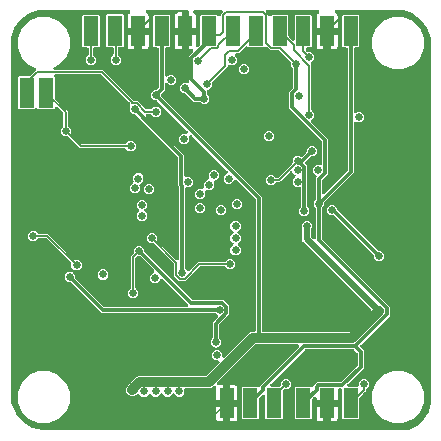
<source format=gbr>
G04 EAGLE Gerber RS-274X export*
G75*
%MOMM*%
%FSLAX34Y34*%
%LPD*%
%INBottom Copper*%
%IPPOS*%
%AMOC8*
5,1,8,0,0,1.08239X$1,22.5*%
G01*
%ADD10R,1.270000X2.540000*%
%ADD11C,0.650000*%
%ADD12C,0.304800*%
%ADD13C,0.152400*%
%ADD14C,0.812800*%
%ADD15C,0.508000*%

G36*
X48602Y12001D02*
X48602Y12001D01*
X49865Y12001D01*
X49906Y12006D01*
X49981Y12005D01*
X50862Y12073D01*
X50927Y12048D01*
X50994Y12039D01*
X51060Y12020D01*
X51232Y12006D01*
X51272Y12001D01*
X51285Y12002D01*
X51304Y12001D01*
X349766Y12001D01*
X349772Y12001D01*
X349779Y12001D01*
X350022Y12022D01*
X353664Y12645D01*
X353718Y12661D01*
X353775Y12668D01*
X353980Y12737D01*
X353998Y12742D01*
X354002Y12744D01*
X354007Y12746D01*
X360935Y15714D01*
X361036Y15772D01*
X361142Y15822D01*
X361201Y15867D01*
X361237Y15887D01*
X361270Y15918D01*
X361338Y15968D01*
X367009Y20932D01*
X367088Y21019D01*
X367173Y21099D01*
X367216Y21160D01*
X367244Y21190D01*
X367265Y21229D01*
X367314Y21298D01*
X371174Y27772D01*
X371222Y27878D01*
X371278Y27981D01*
X371300Y28052D01*
X371317Y28089D01*
X371326Y28133D01*
X371351Y28214D01*
X373022Y35564D01*
X373028Y35620D01*
X373043Y35676D01*
X373058Y35892D01*
X373060Y35910D01*
X373059Y35914D01*
X373059Y35920D01*
X373028Y38530D01*
X373013Y38647D01*
X373007Y38764D01*
X372999Y38790D01*
X372999Y39840D01*
X372994Y39886D01*
X372993Y39978D01*
X372917Y40811D01*
X372957Y40919D01*
X372964Y40977D01*
X372980Y41032D01*
X372997Y41246D01*
X372999Y41265D01*
X372999Y41270D01*
X372999Y41276D01*
X372999Y340000D01*
X372994Y340042D01*
X372995Y340120D01*
X372669Y344261D01*
X372658Y344318D01*
X372655Y344375D01*
X372605Y344585D01*
X372602Y344603D01*
X372600Y344607D01*
X372599Y344612D01*
X370039Y352491D01*
X369990Y352597D01*
X369950Y352706D01*
X369911Y352770D01*
X369894Y352808D01*
X369867Y352843D01*
X369823Y352915D01*
X364954Y359617D01*
X364875Y359703D01*
X364802Y359795D01*
X364746Y359843D01*
X364718Y359873D01*
X364681Y359898D01*
X364617Y359954D01*
X357915Y364823D01*
X357813Y364880D01*
X357716Y364945D01*
X357648Y364974D01*
X357612Y364994D01*
X357569Y365006D01*
X357491Y365039D01*
X349612Y367599D01*
X349556Y367610D01*
X349503Y367630D01*
X349289Y367664D01*
X349271Y367668D01*
X349267Y367668D01*
X349261Y367669D01*
X345120Y367995D01*
X345077Y367993D01*
X345000Y367999D01*
X292938Y367999D01*
X292813Y367985D01*
X292689Y367979D01*
X292641Y367965D01*
X292591Y367959D01*
X292474Y367917D01*
X292353Y367883D01*
X292310Y367859D01*
X292263Y367842D01*
X292158Y367774D01*
X292049Y367713D01*
X292012Y367680D01*
X291971Y367653D01*
X291884Y367563D01*
X291791Y367479D01*
X291763Y367438D01*
X291728Y367402D01*
X291664Y367295D01*
X291593Y367192D01*
X291575Y367146D01*
X291550Y367103D01*
X291511Y366984D01*
X291466Y366868D01*
X291458Y366818D01*
X291443Y366771D01*
X291433Y366647D01*
X291415Y366523D01*
X291419Y366473D01*
X291415Y366424D01*
X291434Y366300D01*
X291444Y366176D01*
X291460Y366128D01*
X291467Y366079D01*
X291513Y365963D01*
X291552Y365844D01*
X291577Y365801D01*
X291596Y365755D01*
X291667Y365653D01*
X291732Y365545D01*
X291766Y365510D01*
X291795Y365469D01*
X291888Y365385D01*
X291975Y365296D01*
X292026Y365260D01*
X292053Y365236D01*
X292095Y365213D01*
X292176Y365157D01*
X292910Y364733D01*
X293383Y364260D01*
X293718Y363681D01*
X293891Y363035D01*
X293891Y353047D01*
X286524Y353047D01*
X286498Y353044D01*
X286472Y353046D01*
X286325Y353024D01*
X286178Y353007D01*
X286153Y352998D01*
X286127Y352995D01*
X285989Y352940D01*
X285850Y352890D01*
X285828Y352876D01*
X285803Y352866D01*
X285682Y352781D01*
X285557Y352701D01*
X285539Y352682D01*
X285517Y352667D01*
X285418Y352557D01*
X285315Y352450D01*
X285301Y352428D01*
X285284Y352408D01*
X285212Y352278D01*
X285136Y352151D01*
X285128Y352126D01*
X285115Y352103D01*
X285075Y351960D01*
X285030Y351819D01*
X285028Y351793D01*
X285020Y351768D01*
X285001Y351524D01*
X285001Y349999D01*
X284999Y349999D01*
X284999Y351524D01*
X284996Y351550D01*
X284998Y351576D01*
X284976Y351723D01*
X284959Y351870D01*
X284950Y351895D01*
X284947Y351921D01*
X284892Y352059D01*
X284842Y352198D01*
X284828Y352220D01*
X284818Y352245D01*
X284733Y352366D01*
X284653Y352491D01*
X284634Y352509D01*
X284619Y352531D01*
X284509Y352630D01*
X284402Y352733D01*
X284380Y352747D01*
X284360Y352764D01*
X284230Y352836D01*
X284103Y352912D01*
X284078Y352920D01*
X284055Y352933D01*
X283912Y352973D01*
X283771Y353018D01*
X283745Y353020D01*
X283720Y353028D01*
X283476Y353047D01*
X276109Y353047D01*
X276109Y363035D01*
X276282Y363681D01*
X276617Y364260D01*
X277090Y364733D01*
X277824Y365157D01*
X277924Y365231D01*
X278029Y365299D01*
X278064Y365335D01*
X278104Y365364D01*
X278185Y365460D01*
X278272Y365550D01*
X278297Y365592D01*
X278329Y365630D01*
X278386Y365742D01*
X278450Y365849D01*
X278466Y365896D01*
X278488Y365940D01*
X278519Y366062D01*
X278557Y366181D01*
X278561Y366230D01*
X278573Y366279D01*
X278575Y366404D01*
X278585Y366528D01*
X278577Y366577D01*
X278578Y366627D01*
X278552Y366749D01*
X278533Y366873D01*
X278515Y366919D01*
X278504Y366968D01*
X278450Y367081D01*
X278404Y367197D01*
X278376Y367237D01*
X278355Y367282D01*
X278277Y367380D01*
X278205Y367483D01*
X278169Y367516D01*
X278138Y367555D01*
X278039Y367633D01*
X277947Y367716D01*
X277903Y367740D01*
X277864Y367771D01*
X277751Y367824D01*
X277642Y367885D01*
X277594Y367898D01*
X277549Y367920D01*
X277426Y367946D01*
X277306Y367980D01*
X277244Y367985D01*
X277208Y367992D01*
X277160Y367991D01*
X277062Y367999D01*
X234713Y367999D01*
X234613Y367988D01*
X234513Y367986D01*
X234441Y367968D01*
X234367Y367959D01*
X234272Y367926D01*
X234175Y367901D01*
X234109Y367867D01*
X234039Y367842D01*
X233954Y367787D01*
X233865Y367741D01*
X233808Y367693D01*
X233746Y367653D01*
X233676Y367581D01*
X233600Y367516D01*
X233555Y367456D01*
X233504Y367402D01*
X233452Y367316D01*
X233392Y367235D01*
X233363Y367167D01*
X233325Y367103D01*
X233294Y367007D01*
X233254Y366915D01*
X233241Y366842D01*
X233219Y366771D01*
X233210Y366671D01*
X233193Y366572D01*
X233197Y366498D01*
X233191Y366424D01*
X233205Y366324D01*
X233211Y366224D01*
X233231Y366153D01*
X233242Y366079D01*
X233279Y365986D01*
X233307Y365889D01*
X233344Y365824D01*
X233371Y365755D01*
X233428Y365673D01*
X233477Y365585D01*
X233543Y365509D01*
X233570Y365469D01*
X233596Y365445D01*
X233636Y365399D01*
X234875Y364160D01*
X234875Y364017D01*
X234886Y363918D01*
X234888Y363817D01*
X234906Y363745D01*
X234915Y363671D01*
X234949Y363577D01*
X234973Y363479D01*
X235007Y363413D01*
X235032Y363343D01*
X235087Y363259D01*
X235133Y363169D01*
X235181Y363113D01*
X235221Y363050D01*
X235293Y362981D01*
X235358Y362904D01*
X235418Y362860D01*
X235472Y362808D01*
X235558Y362757D01*
X235639Y362697D01*
X235707Y362667D01*
X235771Y362629D01*
X235867Y362599D01*
X235959Y362559D01*
X236032Y362546D01*
X236103Y362523D01*
X236203Y362515D01*
X236302Y362497D01*
X236376Y362501D01*
X236450Y362495D01*
X236550Y362510D01*
X236650Y362515D01*
X236721Y362536D01*
X236795Y362547D01*
X236888Y362584D01*
X236985Y362612D01*
X237050Y362648D01*
X237119Y362675D01*
X237201Y362733D01*
X237289Y362782D01*
X237365Y362847D01*
X237405Y362874D01*
X237429Y362901D01*
X237475Y362940D01*
X238235Y363701D01*
X251765Y363701D01*
X252351Y363115D01*
X252351Y345773D01*
X252365Y345648D01*
X252372Y345521D01*
X252385Y345475D01*
X252391Y345427D01*
X252433Y345308D01*
X252468Y345186D01*
X252492Y345144D01*
X252508Y345099D01*
X252577Y344993D01*
X252638Y344882D01*
X252678Y344836D01*
X252697Y344806D01*
X252732Y344772D01*
X252797Y344696D01*
X255049Y342444D01*
X255127Y342382D01*
X255200Y342312D01*
X255264Y342274D01*
X255322Y342227D01*
X255413Y342184D01*
X255499Y342133D01*
X255570Y342110D01*
X255637Y342078D01*
X255735Y342057D01*
X255831Y342027D01*
X255905Y342021D01*
X255978Y342005D01*
X256078Y342007D01*
X256178Y341999D01*
X256252Y342010D01*
X256326Y342011D01*
X256423Y342035D01*
X256523Y342050D01*
X256592Y342078D01*
X256664Y342096D01*
X256753Y342142D01*
X256847Y342179D01*
X256908Y342222D01*
X256974Y342256D01*
X257050Y342321D01*
X257133Y342378D01*
X257183Y342433D01*
X257239Y342481D01*
X257299Y342562D01*
X257366Y342637D01*
X257402Y342702D01*
X257447Y342762D01*
X257486Y342854D01*
X257535Y342942D01*
X257555Y343013D01*
X257585Y343082D01*
X257602Y343181D01*
X257630Y343277D01*
X257638Y343377D01*
X257646Y343425D01*
X257644Y343461D01*
X257649Y343521D01*
X257649Y363115D01*
X258235Y363701D01*
X271765Y363701D01*
X272351Y363115D01*
X272351Y336885D01*
X271765Y336299D01*
X268286Y336299D01*
X268260Y336296D01*
X268234Y336298D01*
X268087Y336276D01*
X267940Y336259D01*
X267915Y336251D01*
X267889Y336247D01*
X267751Y336192D01*
X267612Y336142D01*
X267590Y336128D01*
X267565Y336118D01*
X267444Y336033D01*
X267319Y335953D01*
X267301Y335934D01*
X267279Y335919D01*
X267180Y335809D01*
X267077Y335702D01*
X267063Y335680D01*
X267046Y335660D01*
X266974Y335530D01*
X266898Y335403D01*
X266890Y335378D01*
X266877Y335355D01*
X266837Y335212D01*
X266792Y335071D01*
X266790Y335045D01*
X266782Y335020D01*
X266763Y334776D01*
X266763Y334361D01*
X266777Y334236D01*
X266784Y334109D01*
X266797Y334063D01*
X266803Y334015D01*
X266845Y333896D01*
X266880Y333774D01*
X266904Y333732D01*
X266920Y333687D01*
X266989Y333581D01*
X267050Y333470D01*
X267090Y333424D01*
X267109Y333394D01*
X267144Y333360D01*
X267209Y333284D01*
X267796Y332697D01*
X267895Y332618D01*
X267989Y332534D01*
X268031Y332510D01*
X268069Y332480D01*
X268183Y332426D01*
X268294Y332365D01*
X268340Y332352D01*
X268384Y332331D01*
X268507Y332305D01*
X268629Y332270D01*
X268690Y332265D01*
X268725Y332258D01*
X268773Y332259D01*
X268873Y332251D01*
X271761Y332251D01*
X274251Y329761D01*
X274251Y326239D01*
X271785Y323774D01*
X271769Y323753D01*
X271749Y323736D01*
X271701Y323671D01*
X271692Y323662D01*
X271683Y323647D01*
X271661Y323617D01*
X271569Y323501D01*
X271557Y323477D01*
X271542Y323456D01*
X271483Y323320D01*
X271420Y323186D01*
X271414Y323160D01*
X271404Y323136D01*
X271378Y322990D01*
X271346Y322845D01*
X271347Y322819D01*
X271342Y322793D01*
X271350Y322644D01*
X271352Y322497D01*
X271359Y322471D01*
X271360Y322445D01*
X271401Y322302D01*
X271437Y322159D01*
X271449Y322135D01*
X271457Y322110D01*
X271529Y321980D01*
X271597Y321849D01*
X271614Y321829D01*
X271627Y321806D01*
X271763Y321646D01*
X271763Y283880D01*
X271777Y283754D01*
X271784Y283628D01*
X271797Y283581D01*
X271803Y283533D01*
X271845Y283414D01*
X271880Y283293D01*
X271904Y283251D01*
X271920Y283205D01*
X271989Y283099D01*
X272050Y282989D01*
X272090Y282943D01*
X272109Y282913D01*
X272144Y282879D01*
X272209Y282803D01*
X274251Y280761D01*
X274251Y277239D01*
X271785Y274774D01*
X271769Y274753D01*
X271749Y274736D01*
X271661Y274617D01*
X271569Y274501D01*
X271557Y274477D01*
X271542Y274456D01*
X271483Y274320D01*
X271420Y274186D01*
X271414Y274160D01*
X271404Y274136D01*
X271378Y273990D01*
X271346Y273845D01*
X271347Y273819D01*
X271342Y273793D01*
X271350Y273644D01*
X271352Y273497D01*
X271359Y273471D01*
X271360Y273445D01*
X271401Y273302D01*
X271437Y273159D01*
X271449Y273135D01*
X271457Y273110D01*
X271529Y272980D01*
X271597Y272849D01*
X271614Y272829D01*
X271627Y272806D01*
X271785Y272620D01*
X285799Y258606D01*
X285799Y229063D01*
X283874Y227138D01*
X283874Y227137D01*
X280971Y224235D01*
X280892Y224136D01*
X280808Y224042D01*
X280784Y223999D01*
X280754Y223962D01*
X280700Y223847D01*
X280639Y223737D01*
X280626Y223690D01*
X280605Y223647D01*
X280579Y223523D01*
X280544Y223401D01*
X280539Y223341D01*
X280532Y223306D01*
X280533Y223258D01*
X280525Y223158D01*
X280525Y213773D01*
X280536Y213673D01*
X280538Y213573D01*
X280556Y213500D01*
X280565Y213426D01*
X280598Y213332D01*
X280623Y213235D01*
X280657Y213168D01*
X280682Y213098D01*
X280737Y213014D01*
X280783Y212925D01*
X280831Y212868D01*
X280871Y212806D01*
X280943Y212736D01*
X281008Y212659D01*
X281068Y212615D01*
X281122Y212563D01*
X281208Y212512D01*
X281289Y212452D01*
X281357Y212423D01*
X281421Y212385D01*
X281517Y212354D01*
X281609Y212314D01*
X281682Y212301D01*
X281753Y212278D01*
X281853Y212270D01*
X281952Y212252D01*
X282026Y212256D01*
X282100Y212250D01*
X282200Y212265D01*
X282300Y212270D01*
X282371Y212291D01*
X282445Y212302D01*
X282538Y212339D01*
X282635Y212367D01*
X282700Y212403D01*
X282769Y212431D01*
X282851Y212488D01*
X282939Y212537D01*
X283015Y212602D01*
X283055Y212630D01*
X283079Y212656D01*
X283125Y212696D01*
X302029Y231600D01*
X302108Y231699D01*
X302192Y231793D01*
X302216Y231835D01*
X302246Y231873D01*
X302300Y231987D01*
X302361Y232098D01*
X302374Y232144D01*
X302395Y232188D01*
X302421Y232311D01*
X302456Y232433D01*
X302461Y232494D01*
X302468Y232528D01*
X302467Y232576D01*
X302475Y232677D01*
X302475Y334776D01*
X302472Y334802D01*
X302474Y334828D01*
X302452Y334975D01*
X302435Y335122D01*
X302427Y335147D01*
X302423Y335173D01*
X302368Y335311D01*
X302318Y335450D01*
X302304Y335472D01*
X302294Y335497D01*
X302209Y335618D01*
X302129Y335743D01*
X302110Y335761D01*
X302095Y335783D01*
X301985Y335882D01*
X301878Y335985D01*
X301856Y335999D01*
X301836Y336016D01*
X301706Y336088D01*
X301579Y336164D01*
X301554Y336172D01*
X301531Y336185D01*
X301388Y336225D01*
X301247Y336270D01*
X301221Y336272D01*
X301196Y336280D01*
X300952Y336299D01*
X298235Y336299D01*
X297649Y336885D01*
X297649Y363115D01*
X298235Y363701D01*
X311765Y363701D01*
X312351Y363115D01*
X312351Y336885D01*
X311765Y336299D01*
X309048Y336299D01*
X309022Y336296D01*
X308996Y336298D01*
X308849Y336276D01*
X308702Y336259D01*
X308677Y336251D01*
X308651Y336247D01*
X308513Y336192D01*
X308374Y336142D01*
X308352Y336128D01*
X308327Y336118D01*
X308206Y336033D01*
X308081Y335953D01*
X308063Y335934D01*
X308041Y335919D01*
X307942Y335809D01*
X307839Y335702D01*
X307825Y335680D01*
X307808Y335660D01*
X307736Y335530D01*
X307660Y335403D01*
X307652Y335378D01*
X307639Y335355D01*
X307599Y335212D01*
X307554Y335071D01*
X307552Y335045D01*
X307544Y335020D01*
X307525Y334776D01*
X307525Y282214D01*
X307536Y282114D01*
X307538Y282013D01*
X307556Y281941D01*
X307565Y281867D01*
X307598Y281773D01*
X307623Y281675D01*
X307657Y281609D01*
X307682Y281539D01*
X307737Y281455D01*
X307783Y281366D01*
X307831Y281309D01*
X307871Y281246D01*
X307943Y281177D01*
X308008Y281100D01*
X308068Y281056D01*
X308122Y281004D01*
X308208Y280953D01*
X308289Y280893D01*
X308357Y280864D01*
X308421Y280825D01*
X308516Y280795D01*
X308609Y280755D01*
X308682Y280742D01*
X308753Y280719D01*
X308853Y280711D01*
X308952Y280693D01*
X309026Y280697D01*
X309100Y280691D01*
X309199Y280706D01*
X309300Y280711D01*
X309371Y280732D01*
X309445Y280743D01*
X309538Y280780D01*
X309635Y280808D01*
X309700Y280844D01*
X309769Y280872D01*
X309851Y280929D01*
X309939Y280978D01*
X310015Y281043D01*
X310055Y281071D01*
X310079Y281097D01*
X310125Y281137D01*
X310239Y281251D01*
X313761Y281251D01*
X316251Y278761D01*
X316251Y275239D01*
X313761Y272749D01*
X310239Y272749D01*
X310125Y272863D01*
X310047Y272926D01*
X309974Y272996D01*
X309910Y273034D01*
X309852Y273080D01*
X309761Y273123D01*
X309675Y273175D01*
X309604Y273197D01*
X309537Y273229D01*
X309439Y273250D01*
X309343Y273281D01*
X309269Y273287D01*
X309196Y273302D01*
X309096Y273301D01*
X308996Y273309D01*
X308922Y273298D01*
X308848Y273296D01*
X308751Y273272D01*
X308651Y273257D01*
X308582Y273230D01*
X308510Y273211D01*
X308421Y273165D01*
X308327Y273128D01*
X308266Y273086D01*
X308200Y273052D01*
X308123Y272987D01*
X308041Y272929D01*
X307991Y272874D01*
X307935Y272826D01*
X307875Y272745D01*
X307808Y272671D01*
X307772Y272605D01*
X307727Y272546D01*
X307688Y272454D01*
X307639Y272366D01*
X307619Y272294D01*
X307589Y272226D01*
X307572Y272127D01*
X307544Y272030D01*
X307536Y271930D01*
X307528Y271883D01*
X307530Y271847D01*
X307525Y271786D01*
X307525Y229954D01*
X282697Y205126D01*
X282618Y205027D01*
X282534Y204933D01*
X282510Y204891D01*
X282480Y204853D01*
X282426Y204739D01*
X282365Y204628D01*
X282352Y204582D01*
X282331Y204538D01*
X282305Y204415D01*
X282270Y204293D01*
X282265Y204232D01*
X282258Y204198D01*
X282259Y204150D01*
X282251Y204049D01*
X282251Y202239D01*
X280971Y200959D01*
X280892Y200860D01*
X280808Y200767D01*
X280784Y200724D01*
X280754Y200686D01*
X280700Y200572D01*
X280639Y200462D01*
X280626Y200415D01*
X280605Y200371D01*
X280579Y200248D01*
X280544Y200126D01*
X280539Y200065D01*
X280532Y200031D01*
X280533Y199983D01*
X280525Y199882D01*
X280525Y174994D01*
X280539Y174868D01*
X280546Y174742D01*
X280559Y174695D01*
X280565Y174647D01*
X280607Y174528D01*
X280642Y174407D01*
X280666Y174365D01*
X280682Y174319D01*
X280717Y174265D01*
X280719Y174259D01*
X280737Y174234D01*
X280751Y174213D01*
X280812Y174103D01*
X280852Y174056D01*
X280871Y174026D01*
X280903Y173996D01*
X280918Y173973D01*
X280936Y173957D01*
X280971Y173917D01*
X338113Y116775D01*
X338113Y109225D01*
X313376Y84489D01*
X313360Y84469D01*
X313340Y84452D01*
X313252Y84332D01*
X313160Y84216D01*
X313149Y84192D01*
X313133Y84171D01*
X313074Y84035D01*
X313011Y83901D01*
X313005Y83875D01*
X312995Y83851D01*
X312969Y83705D01*
X312938Y83560D01*
X312938Y83534D01*
X312933Y83508D01*
X312941Y83360D01*
X312944Y83212D01*
X312950Y83186D01*
X312951Y83160D01*
X312992Y83018D01*
X313029Y82874D01*
X313041Y82850D01*
X313048Y82825D01*
X313120Y82696D01*
X313188Y82564D01*
X313205Y82544D01*
X313218Y82521D01*
X313376Y82335D01*
X314234Y81478D01*
X316159Y79553D01*
X316159Y64952D01*
X302508Y51301D01*
X302445Y51223D01*
X302375Y51150D01*
X302337Y51086D01*
X302291Y51028D01*
X302248Y50937D01*
X302197Y50851D01*
X302174Y50780D01*
X302142Y50713D01*
X302121Y50615D01*
X302090Y50519D01*
X302084Y50445D01*
X302069Y50372D01*
X302071Y50272D01*
X302062Y50172D01*
X302073Y50098D01*
X302075Y50024D01*
X302099Y49927D01*
X302114Y49827D01*
X302142Y49758D01*
X302160Y49686D01*
X302206Y49596D01*
X302243Y49503D01*
X302285Y49442D01*
X302319Y49376D01*
X302385Y49299D01*
X302442Y49217D01*
X302497Y49167D01*
X302545Y49111D01*
X302626Y49051D01*
X302701Y48984D01*
X302766Y48948D01*
X302826Y48903D01*
X302918Y48864D01*
X303006Y48815D01*
X303077Y48795D01*
X303146Y48765D01*
X303244Y48748D01*
X303341Y48720D01*
X303441Y48712D01*
X303489Y48704D01*
X303524Y48706D01*
X303585Y48701D01*
X310226Y48701D01*
X310252Y48704D01*
X310278Y48702D01*
X310425Y48724D01*
X310572Y48741D01*
X310597Y48749D01*
X310623Y48753D01*
X310761Y48808D01*
X310900Y48858D01*
X310922Y48872D01*
X310947Y48882D01*
X311068Y48967D01*
X311193Y49047D01*
X311211Y49066D01*
X311233Y49081D01*
X311332Y49191D01*
X311435Y49298D01*
X311449Y49320D01*
X311466Y49340D01*
X311538Y49470D01*
X311614Y49597D01*
X311622Y49622D01*
X311635Y49645D01*
X311675Y49788D01*
X311720Y49929D01*
X311722Y49955D01*
X311730Y49980D01*
X311749Y50224D01*
X311749Y52761D01*
X314239Y55251D01*
X317761Y55251D01*
X320251Y52761D01*
X320251Y49239D01*
X318209Y47197D01*
X318130Y47098D01*
X318046Y47005D01*
X318022Y46962D01*
X317992Y46924D01*
X317938Y46810D01*
X317877Y46700D01*
X317864Y46653D01*
X317843Y46609D01*
X317817Y46486D01*
X317782Y46364D01*
X317777Y46303D01*
X317770Y46269D01*
X317771Y46221D01*
X317763Y46120D01*
X317763Y45270D01*
X312797Y40304D01*
X312718Y40205D01*
X312634Y40111D01*
X312610Y40069D01*
X312580Y40031D01*
X312526Y39917D01*
X312465Y39806D01*
X312452Y39760D01*
X312431Y39716D01*
X312405Y39593D01*
X312370Y39471D01*
X312365Y39410D01*
X312358Y39375D01*
X312359Y39327D01*
X312351Y39227D01*
X312351Y21885D01*
X311765Y21299D01*
X298235Y21299D01*
X297649Y21885D01*
X297649Y46176D01*
X297646Y46202D01*
X297648Y46228D01*
X297626Y46375D01*
X297609Y46522D01*
X297601Y46547D01*
X297597Y46573D01*
X297542Y46711D01*
X297492Y46850D01*
X297478Y46872D01*
X297468Y46897D01*
X297383Y47018D01*
X297303Y47143D01*
X297284Y47161D01*
X297269Y47183D01*
X297159Y47282D01*
X297052Y47385D01*
X297030Y47399D01*
X297010Y47416D01*
X296880Y47488D01*
X296753Y47564D01*
X296728Y47572D01*
X296705Y47585D01*
X296562Y47625D01*
X296421Y47670D01*
X296395Y47672D01*
X296370Y47680D01*
X296126Y47699D01*
X295414Y47699D01*
X295388Y47696D01*
X295362Y47698D01*
X295215Y47676D01*
X295068Y47659D01*
X295043Y47651D01*
X295017Y47647D01*
X294879Y47592D01*
X294740Y47542D01*
X294718Y47528D01*
X294693Y47518D01*
X294572Y47433D01*
X294447Y47353D01*
X294429Y47334D01*
X294407Y47319D01*
X294308Y47209D01*
X294205Y47102D01*
X294191Y47080D01*
X294174Y47060D01*
X294102Y46930D01*
X294026Y46803D01*
X294018Y46778D01*
X294005Y46755D01*
X293965Y46612D01*
X293920Y46471D01*
X293918Y46445D01*
X293910Y46420D01*
X293891Y46176D01*
X293891Y38047D01*
X286524Y38047D01*
X286498Y38044D01*
X286472Y38046D01*
X286325Y38024D01*
X286178Y38007D01*
X286153Y37998D01*
X286127Y37995D01*
X285989Y37940D01*
X285850Y37890D01*
X285828Y37876D01*
X285803Y37866D01*
X285682Y37781D01*
X285557Y37701D01*
X285539Y37682D01*
X285517Y37667D01*
X285418Y37557D01*
X285315Y37450D01*
X285301Y37428D01*
X285284Y37408D01*
X285212Y37278D01*
X285136Y37151D01*
X285128Y37126D01*
X285115Y37103D01*
X285075Y36960D01*
X285030Y36819D01*
X285028Y36793D01*
X285020Y36768D01*
X285001Y36524D01*
X285001Y34999D01*
X284999Y34999D01*
X284999Y36524D01*
X284996Y36550D01*
X284998Y36576D01*
X284976Y36723D01*
X284959Y36870D01*
X284950Y36895D01*
X284947Y36921D01*
X284892Y37059D01*
X284842Y37198D01*
X284828Y37220D01*
X284818Y37245D01*
X284733Y37366D01*
X284653Y37491D01*
X284634Y37509D01*
X284619Y37531D01*
X284509Y37630D01*
X284402Y37733D01*
X284380Y37747D01*
X284360Y37764D01*
X284230Y37836D01*
X284103Y37912D01*
X284078Y37920D01*
X284055Y37933D01*
X283912Y37973D01*
X283771Y38018D01*
X283745Y38020D01*
X283720Y38028D01*
X283476Y38047D01*
X276109Y38047D01*
X276109Y38861D01*
X276098Y38961D01*
X276096Y39061D01*
X276078Y39134D01*
X276069Y39208D01*
X276036Y39302D01*
X276011Y39399D01*
X275977Y39466D01*
X275952Y39536D01*
X275897Y39620D01*
X275851Y39709D01*
X275803Y39766D01*
X275763Y39828D01*
X275691Y39898D01*
X275626Y39975D01*
X275566Y40019D01*
X275512Y40071D01*
X275426Y40122D01*
X275345Y40182D01*
X275277Y40211D01*
X275213Y40249D01*
X275118Y40280D01*
X275025Y40320D01*
X274952Y40333D01*
X274881Y40356D01*
X274781Y40364D01*
X274682Y40382D01*
X274608Y40378D01*
X274534Y40384D01*
X274435Y40369D01*
X274334Y40364D01*
X274263Y40343D01*
X274189Y40332D01*
X274096Y40295D01*
X273999Y40267D01*
X273935Y40231D01*
X273865Y40203D01*
X273783Y40146D01*
X273695Y40097D01*
X273619Y40032D01*
X273579Y40004D01*
X273555Y39978D01*
X273509Y39938D01*
X272797Y39226D01*
X272718Y39127D01*
X272634Y39034D01*
X272610Y38991D01*
X272580Y38953D01*
X272526Y38839D01*
X272465Y38728D01*
X272452Y38682D01*
X272431Y38638D01*
X272405Y38515D01*
X272370Y38393D01*
X272365Y38332D01*
X272358Y38298D01*
X272359Y38250D01*
X272351Y38149D01*
X272351Y21885D01*
X271765Y21299D01*
X258235Y21299D01*
X257649Y21885D01*
X257649Y48115D01*
X258235Y48701D01*
X272078Y48701D01*
X272104Y48704D01*
X272130Y48702D01*
X272277Y48724D01*
X272424Y48741D01*
X272449Y48749D01*
X272475Y48753D01*
X272613Y48808D01*
X272752Y48858D01*
X272774Y48872D01*
X272799Y48882D01*
X272920Y48967D01*
X273045Y49047D01*
X273063Y49066D01*
X273085Y49081D01*
X273184Y49191D01*
X273287Y49298D01*
X273301Y49320D01*
X273318Y49340D01*
X273390Y49470D01*
X273466Y49597D01*
X273474Y49622D01*
X273487Y49645D01*
X273500Y49690D01*
X276559Y52749D01*
X296183Y52749D01*
X296309Y52763D01*
X296435Y52770D01*
X296482Y52783D01*
X296530Y52789D01*
X296649Y52831D01*
X296770Y52866D01*
X296812Y52890D01*
X296858Y52906D01*
X296964Y52975D01*
X297074Y53036D01*
X297121Y53076D01*
X297151Y53095D01*
X297184Y53130D01*
X297261Y53195D01*
X310663Y66598D01*
X310742Y66697D01*
X310826Y66790D01*
X310850Y66833D01*
X310880Y66871D01*
X310934Y66985D01*
X310995Y67096D01*
X311008Y67142D01*
X311029Y67186D01*
X311055Y67309D01*
X311090Y67431D01*
X311095Y67492D01*
X311102Y67526D01*
X311101Y67574D01*
X311109Y67675D01*
X311109Y76830D01*
X311095Y76956D01*
X311088Y77082D01*
X311075Y77128D01*
X311069Y77176D01*
X311027Y77295D01*
X310992Y77417D01*
X310968Y77459D01*
X310952Y77504D01*
X310883Y77611D01*
X310822Y77721D01*
X310782Y77767D01*
X310763Y77797D01*
X310728Y77831D01*
X310663Y77907D01*
X308129Y80441D01*
X308030Y80520D01*
X307936Y80604D01*
X307894Y80628D01*
X307856Y80658D01*
X307742Y80712D01*
X307631Y80773D01*
X307585Y80786D01*
X307541Y80807D01*
X307418Y80833D01*
X307296Y80868D01*
X307235Y80873D01*
X307200Y80880D01*
X307152Y80879D01*
X307052Y80887D01*
X267469Y80887D01*
X267344Y80873D01*
X267217Y80866D01*
X267171Y80853D01*
X267123Y80847D01*
X267004Y80805D01*
X266883Y80770D01*
X266840Y80746D01*
X266795Y80730D01*
X266689Y80661D01*
X266578Y80600D01*
X266532Y80560D01*
X266502Y80541D01*
X266469Y80506D01*
X266392Y80441D01*
X237252Y51301D01*
X237190Y51223D01*
X237120Y51150D01*
X237082Y51086D01*
X237035Y51028D01*
X236993Y50937D01*
X236941Y50851D01*
X236918Y50780D01*
X236887Y50713D01*
X236865Y50615D01*
X236835Y50519D01*
X236829Y50445D01*
X236813Y50372D01*
X236815Y50272D01*
X236807Y50172D01*
X236818Y50098D01*
X236819Y50024D01*
X236844Y49927D01*
X236859Y49827D01*
X236886Y49758D01*
X236904Y49686D01*
X236950Y49596D01*
X236987Y49503D01*
X237030Y49442D01*
X237064Y49376D01*
X237129Y49299D01*
X237186Y49217D01*
X237241Y49167D01*
X237290Y49111D01*
X237370Y49051D01*
X237445Y48984D01*
X237510Y48948D01*
X237570Y48903D01*
X237662Y48864D01*
X237750Y48815D01*
X237822Y48795D01*
X237890Y48765D01*
X237989Y48748D01*
X238085Y48720D01*
X238185Y48712D01*
X238233Y48704D01*
X238269Y48706D01*
X238329Y48701D01*
X244226Y48701D01*
X244252Y48704D01*
X244278Y48702D01*
X244425Y48724D01*
X244572Y48741D01*
X244597Y48749D01*
X244623Y48753D01*
X244761Y48808D01*
X244900Y48858D01*
X244922Y48872D01*
X244947Y48882D01*
X245068Y48967D01*
X245193Y49047D01*
X245211Y49066D01*
X245233Y49081D01*
X245332Y49191D01*
X245435Y49298D01*
X245449Y49320D01*
X245466Y49340D01*
X245538Y49470D01*
X245614Y49597D01*
X245622Y49622D01*
X245635Y49645D01*
X245675Y49788D01*
X245720Y49929D01*
X245722Y49955D01*
X245730Y49980D01*
X245749Y50224D01*
X245749Y52761D01*
X248239Y55251D01*
X251761Y55251D01*
X254251Y52761D01*
X254251Y49239D01*
X251761Y46749D01*
X248874Y46749D01*
X248848Y46746D01*
X248822Y46748D01*
X248675Y46726D01*
X248528Y46709D01*
X248503Y46701D01*
X248477Y46697D01*
X248339Y46642D01*
X248200Y46592D01*
X248178Y46578D01*
X248153Y46568D01*
X248032Y46483D01*
X247907Y46403D01*
X247889Y46384D01*
X247867Y46369D01*
X247768Y46259D01*
X247665Y46152D01*
X247651Y46130D01*
X247634Y46110D01*
X247562Y45980D01*
X247486Y45853D01*
X247478Y45828D01*
X247465Y45805D01*
X247425Y45662D01*
X247380Y45521D01*
X247378Y45495D01*
X247370Y45470D01*
X247351Y45226D01*
X247351Y21885D01*
X246765Y21299D01*
X233235Y21299D01*
X232649Y21885D01*
X232649Y40401D01*
X232638Y40501D01*
X232636Y40602D01*
X232618Y40674D01*
X232609Y40748D01*
X232576Y40842D01*
X232551Y40939D01*
X232517Y41006D01*
X232492Y41076D01*
X232437Y41160D01*
X232391Y41249D01*
X232343Y41306D01*
X232303Y41368D01*
X232231Y41438D01*
X232166Y41515D01*
X232106Y41559D01*
X232052Y41611D01*
X231966Y41662D01*
X231885Y41722D01*
X231817Y41751D01*
X231753Y41789D01*
X231657Y41820D01*
X231565Y41860D01*
X231492Y41873D01*
X231421Y41896D01*
X231321Y41904D01*
X231222Y41922D01*
X231148Y41918D01*
X231074Y41924D01*
X230974Y41909D01*
X230874Y41904D01*
X230803Y41883D01*
X230729Y41872D01*
X230636Y41835D01*
X230539Y41807D01*
X230474Y41771D01*
X230405Y41743D01*
X230323Y41686D01*
X230235Y41637D01*
X230159Y41572D01*
X230119Y41544D01*
X230095Y41518D01*
X230049Y41478D01*
X227797Y39226D01*
X227718Y39127D01*
X227634Y39033D01*
X227610Y38991D01*
X227580Y38953D01*
X227526Y38839D01*
X227465Y38728D01*
X227452Y38682D01*
X227431Y38638D01*
X227405Y38515D01*
X227370Y38393D01*
X227365Y38332D01*
X227358Y38298D01*
X227359Y38250D01*
X227351Y38149D01*
X227351Y21885D01*
X226765Y21299D01*
X213235Y21299D01*
X212649Y21885D01*
X212649Y48115D01*
X213235Y48701D01*
X227078Y48701D01*
X227104Y48704D01*
X227130Y48702D01*
X227277Y48724D01*
X227424Y48741D01*
X227449Y48749D01*
X227475Y48753D01*
X227613Y48808D01*
X227752Y48858D01*
X227774Y48872D01*
X227799Y48882D01*
X227920Y48967D01*
X228045Y49047D01*
X228063Y49066D01*
X228085Y49081D01*
X228184Y49191D01*
X228287Y49298D01*
X228301Y49320D01*
X228318Y49340D01*
X228390Y49470D01*
X228466Y49597D01*
X228474Y49622D01*
X228487Y49645D01*
X228500Y49690D01*
X261145Y82335D01*
X261207Y82413D01*
X261277Y82486D01*
X261315Y82550D01*
X261362Y82608D01*
X261404Y82699D01*
X261456Y82785D01*
X261479Y82856D01*
X261510Y82923D01*
X261532Y83021D01*
X261562Y83117D01*
X261568Y83191D01*
X261584Y83264D01*
X261582Y83364D01*
X261590Y83464D01*
X261579Y83538D01*
X261578Y83612D01*
X261553Y83709D01*
X261538Y83809D01*
X261511Y83878D01*
X261493Y83950D01*
X261447Y84040D01*
X261410Y84133D01*
X261367Y84194D01*
X261333Y84260D01*
X261268Y84337D01*
X261211Y84419D01*
X261156Y84469D01*
X261107Y84525D01*
X261027Y84585D01*
X260952Y84652D01*
X260887Y84688D01*
X260827Y84733D01*
X260735Y84772D01*
X260647Y84821D01*
X260575Y84841D01*
X260507Y84871D01*
X260408Y84888D01*
X260312Y84916D01*
X260212Y84924D01*
X260164Y84932D01*
X260128Y84930D01*
X260068Y84935D01*
X224729Y84935D01*
X224603Y84921D01*
X224477Y84914D01*
X224431Y84901D01*
X224383Y84895D01*
X224264Y84853D01*
X224142Y84818D01*
X224100Y84794D01*
X224055Y84778D01*
X223948Y84709D01*
X223838Y84648D01*
X223792Y84608D01*
X223762Y84589D01*
X223728Y84554D01*
X223652Y84489D01*
X191991Y52829D01*
X191913Y52731D01*
X191829Y52638D01*
X191805Y52594D01*
X191775Y52556D01*
X191721Y52442D01*
X191660Y52333D01*
X191647Y52285D01*
X191626Y52240D01*
X191599Y52118D01*
X191565Y51998D01*
X191563Y51948D01*
X191552Y51900D01*
X191554Y51775D01*
X191548Y51649D01*
X191557Y51601D01*
X191558Y51551D01*
X191589Y51430D01*
X191611Y51307D01*
X191631Y51261D01*
X191643Y51213D01*
X191701Y51102D01*
X191751Y50987D01*
X191780Y50947D01*
X191803Y50903D01*
X191884Y50808D01*
X191959Y50708D01*
X191997Y50676D01*
X192029Y50638D01*
X192130Y50564D01*
X192225Y50483D01*
X192269Y50460D01*
X192309Y50431D01*
X192424Y50381D01*
X192536Y50324D01*
X192584Y50312D01*
X192629Y50293D01*
X192752Y50271D01*
X192874Y50241D01*
X192923Y50240D01*
X192972Y50231D01*
X193097Y50238D01*
X193222Y50236D01*
X193248Y50241D01*
X196953Y50241D01*
X196953Y38047D01*
X191109Y38047D01*
X191109Y48109D01*
X191115Y48134D01*
X191114Y48183D01*
X191121Y48232D01*
X191111Y48357D01*
X191109Y48482D01*
X191097Y48530D01*
X191092Y48579D01*
X191054Y48699D01*
X191024Y48820D01*
X191001Y48864D01*
X190986Y48911D01*
X190921Y49019D01*
X190864Y49130D01*
X190832Y49167D01*
X190806Y49210D01*
X190719Y49300D01*
X190638Y49395D01*
X190598Y49425D01*
X190564Y49460D01*
X190458Y49528D01*
X190358Y49602D01*
X190312Y49622D01*
X190271Y49649D01*
X190153Y49691D01*
X190038Y49740D01*
X189989Y49749D01*
X189943Y49766D01*
X189818Y49780D01*
X189695Y49802D01*
X189645Y49799D01*
X189596Y49805D01*
X189472Y49790D01*
X189347Y49784D01*
X189299Y49770D01*
X189250Y49765D01*
X189132Y49722D01*
X189012Y49687D01*
X188969Y49663D01*
X188922Y49647D01*
X188817Y49579D01*
X188708Y49517D01*
X188660Y49477D01*
X188630Y49457D01*
X188596Y49423D01*
X188521Y49359D01*
X188183Y49020D01*
X186321Y48249D01*
X165774Y48249D01*
X165748Y48246D01*
X165722Y48248D01*
X165575Y48226D01*
X165428Y48209D01*
X165403Y48201D01*
X165377Y48197D01*
X165239Y48142D01*
X165100Y48092D01*
X165078Y48078D01*
X165053Y48068D01*
X164932Y47983D01*
X164807Y47903D01*
X164789Y47884D01*
X164767Y47869D01*
X164668Y47759D01*
X164565Y47652D01*
X164551Y47630D01*
X164534Y47610D01*
X164462Y47480D01*
X164386Y47353D01*
X164378Y47328D01*
X164365Y47305D01*
X164325Y47162D01*
X164280Y47021D01*
X164278Y46995D01*
X164270Y46970D01*
X164251Y46726D01*
X164251Y43239D01*
X161761Y40749D01*
X158239Y40749D01*
X156077Y42911D01*
X156056Y42928D01*
X156040Y42948D01*
X155920Y43036D01*
X155804Y43128D01*
X155780Y43139D01*
X155759Y43155D01*
X155623Y43214D01*
X155489Y43277D01*
X155463Y43283D01*
X155439Y43293D01*
X155293Y43319D01*
X155148Y43350D01*
X155122Y43350D01*
X155096Y43355D01*
X154948Y43347D01*
X154800Y43344D01*
X154774Y43338D01*
X154748Y43337D01*
X154606Y43296D01*
X154462Y43259D01*
X154439Y43247D01*
X154413Y43240D01*
X154284Y43168D01*
X154152Y43100D01*
X154132Y43083D01*
X154109Y43070D01*
X153923Y42911D01*
X151761Y40749D01*
X148239Y40749D01*
X146077Y42911D01*
X146056Y42928D01*
X146040Y42948D01*
X145920Y43036D01*
X145804Y43128D01*
X145780Y43139D01*
X145759Y43155D01*
X145623Y43214D01*
X145489Y43277D01*
X145463Y43283D01*
X145439Y43293D01*
X145293Y43319D01*
X145148Y43350D01*
X145122Y43350D01*
X145096Y43355D01*
X144948Y43347D01*
X144800Y43344D01*
X144774Y43338D01*
X144748Y43337D01*
X144606Y43296D01*
X144462Y43259D01*
X144439Y43247D01*
X144413Y43240D01*
X144284Y43168D01*
X144152Y43100D01*
X144132Y43083D01*
X144109Y43070D01*
X143923Y42911D01*
X141761Y40749D01*
X138239Y40749D01*
X136077Y42911D01*
X136056Y42928D01*
X136040Y42948D01*
X135920Y43036D01*
X135804Y43128D01*
X135780Y43139D01*
X135759Y43155D01*
X135623Y43214D01*
X135489Y43277D01*
X135463Y43283D01*
X135439Y43293D01*
X135293Y43319D01*
X135148Y43350D01*
X135122Y43350D01*
X135096Y43355D01*
X134948Y43347D01*
X134800Y43344D01*
X134774Y43338D01*
X134748Y43337D01*
X134606Y43296D01*
X134462Y43259D01*
X134439Y43247D01*
X134413Y43240D01*
X134284Y43168D01*
X134152Y43100D01*
X134132Y43083D01*
X134109Y43070D01*
X133923Y42911D01*
X131761Y40749D01*
X128239Y40749D01*
X126153Y42836D01*
X126132Y42852D01*
X126115Y42872D01*
X125996Y42961D01*
X125880Y43053D01*
X125856Y43064D01*
X125835Y43079D01*
X125699Y43138D01*
X125565Y43201D01*
X125539Y43207D01*
X125515Y43217D01*
X125369Y43244D01*
X125224Y43275D01*
X125198Y43274D01*
X125172Y43279D01*
X125023Y43271D01*
X124875Y43269D01*
X124850Y43262D01*
X124824Y43261D01*
X124681Y43220D01*
X124537Y43184D01*
X124514Y43172D01*
X124489Y43165D01*
X124359Y43092D01*
X124228Y43024D01*
X124208Y43007D01*
X124185Y42994D01*
X123998Y42836D01*
X122869Y41706D01*
X121007Y40935D01*
X118993Y40935D01*
X117131Y41706D01*
X115706Y43131D01*
X114935Y44993D01*
X114935Y47007D01*
X115706Y48869D01*
X116642Y49805D01*
X116643Y49806D01*
X116645Y49808D01*
X116754Y49946D01*
X116859Y50078D01*
X116860Y50080D01*
X116861Y50081D01*
X116972Y50299D01*
X117392Y51313D01*
X123687Y57608D01*
X125549Y58379D01*
X182585Y58379D01*
X182711Y58393D01*
X182837Y58400D01*
X182883Y58413D01*
X182931Y58419D01*
X183050Y58461D01*
X183172Y58496D01*
X183214Y58520D01*
X183259Y58536D01*
X183366Y58605D01*
X183476Y58666D01*
X183522Y58706D01*
X183552Y58725D01*
X183586Y58760D01*
X183662Y58825D01*
X193528Y68690D01*
X193590Y68769D01*
X193660Y68841D01*
X193698Y68905D01*
X193744Y68963D01*
X193787Y69054D01*
X193839Y69140D01*
X193862Y69211D01*
X193893Y69279D01*
X193915Y69377D01*
X193945Y69472D01*
X193951Y69547D01*
X193967Y69619D01*
X193965Y69720D01*
X193973Y69820D01*
X193962Y69893D01*
X193961Y69968D01*
X193936Y70065D01*
X193921Y70164D01*
X193894Y70234D01*
X193876Y70306D01*
X193830Y70395D01*
X193793Y70488D01*
X193750Y70549D01*
X193716Y70616D01*
X193651Y70692D01*
X193594Y70774D01*
X193539Y70824D01*
X193490Y70881D01*
X193410Y70941D01*
X193335Y71008D01*
X193270Y71044D01*
X193210Y71088D01*
X193118Y71128D01*
X193030Y71176D01*
X192958Y71197D01*
X192890Y71226D01*
X192791Y71244D01*
X192695Y71271D01*
X192595Y71279D01*
X192547Y71288D01*
X192511Y71286D01*
X192451Y71291D01*
X190299Y71291D01*
X187809Y73781D01*
X187809Y77302D01*
X190472Y79965D01*
X190534Y80043D01*
X190604Y80116D01*
X190642Y80180D01*
X190689Y80238D01*
X190732Y80329D01*
X190783Y80415D01*
X190806Y80486D01*
X190838Y80553D01*
X190859Y80651D01*
X190889Y80747D01*
X190895Y80821D01*
X190911Y80894D01*
X190909Y80994D01*
X190917Y81094D01*
X190906Y81168D01*
X190905Y81242D01*
X190880Y81339D01*
X190866Y81439D01*
X190838Y81508D01*
X190820Y81580D01*
X190774Y81669D01*
X190737Y81763D01*
X190694Y81824D01*
X190660Y81890D01*
X190595Y81966D01*
X190538Y82049D01*
X190483Y82099D01*
X190434Y82155D01*
X190354Y82215D01*
X190279Y82282D01*
X190214Y82318D01*
X190154Y82363D01*
X190062Y82402D01*
X189974Y82451D01*
X189902Y82471D01*
X189834Y82501D01*
X189735Y82518D01*
X189639Y82546D01*
X189539Y82554D01*
X189491Y82562D01*
X189455Y82560D01*
X189395Y82565D01*
X188927Y82565D01*
X186437Y85055D01*
X186437Y88577D01*
X187717Y89857D01*
X187795Y89956D01*
X187880Y90049D01*
X187903Y90092D01*
X187933Y90130D01*
X187987Y90244D01*
X188048Y90354D01*
X188061Y90401D01*
X188082Y90445D01*
X188109Y90568D01*
X188143Y90690D01*
X188148Y90751D01*
X188155Y90785D01*
X188155Y90833D01*
X188163Y90934D01*
X188163Y103568D01*
X190088Y105493D01*
X192259Y107664D01*
X192275Y107684D01*
X192295Y107701D01*
X192383Y107821D01*
X192475Y107937D01*
X192487Y107960D01*
X192502Y107981D01*
X192561Y108118D01*
X192624Y108252D01*
X192630Y108277D01*
X192640Y108301D01*
X192667Y108448D01*
X192698Y108592D01*
X192697Y108619D01*
X192702Y108644D01*
X192694Y108793D01*
X192692Y108941D01*
X192685Y108966D01*
X192684Y108993D01*
X192643Y109135D01*
X192607Y109279D01*
X192595Y109302D01*
X192587Y109327D01*
X192515Y109457D01*
X192447Y109589D01*
X192430Y109609D01*
X192417Y109632D01*
X192259Y109818D01*
X191003Y111073D01*
X190904Y111152D01*
X190811Y111236D01*
X190768Y111260D01*
X190730Y111290D01*
X190616Y111344D01*
X190506Y111405D01*
X190459Y111418D01*
X190415Y111439D01*
X190292Y111465D01*
X190170Y111500D01*
X190109Y111505D01*
X190075Y111512D01*
X190027Y111511D01*
X189926Y111519D01*
X93910Y111519D01*
X68126Y137303D01*
X68027Y137382D01*
X67934Y137466D01*
X67891Y137490D01*
X67853Y137520D01*
X67739Y137574D01*
X67628Y137635D01*
X67582Y137648D01*
X67538Y137669D01*
X67415Y137695D01*
X67293Y137730D01*
X67232Y137735D01*
X67198Y137742D01*
X67150Y137741D01*
X67049Y137749D01*
X65239Y137749D01*
X62749Y140239D01*
X62749Y143761D01*
X65239Y146251D01*
X68890Y146251D01*
X68990Y146262D01*
X69090Y146264D01*
X69162Y146282D01*
X69236Y146291D01*
X69330Y146324D01*
X69428Y146349D01*
X69471Y146371D01*
X69455Y146286D01*
X69459Y146212D01*
X69453Y146138D01*
X69468Y146038D01*
X69473Y145938D01*
X69494Y145867D01*
X69505Y145793D01*
X69542Y145700D01*
X69570Y145603D01*
X69606Y145538D01*
X69634Y145469D01*
X69691Y145387D01*
X69740Y145299D01*
X69805Y145223D01*
X69833Y145183D01*
X69859Y145159D01*
X69898Y145113D01*
X71251Y143761D01*
X71251Y141951D01*
X71265Y141825D01*
X71272Y141699D01*
X71285Y141652D01*
X71291Y141604D01*
X71333Y141486D01*
X71368Y141364D01*
X71392Y141322D01*
X71408Y141276D01*
X71477Y141170D01*
X71538Y141060D01*
X71578Y141014D01*
X71597Y140984D01*
X71632Y140950D01*
X71697Y140874D01*
X95556Y117015D01*
X95655Y116936D01*
X95748Y116852D01*
X95791Y116828D01*
X95829Y116798D01*
X95943Y116744D01*
X96054Y116683D01*
X96100Y116670D01*
X96144Y116649D01*
X96267Y116623D01*
X96389Y116588D01*
X96450Y116584D01*
X96484Y116576D01*
X96532Y116577D01*
X96633Y116569D01*
X166183Y116569D01*
X166283Y116580D01*
X166384Y116582D01*
X166456Y116600D01*
X166530Y116609D01*
X166624Y116643D01*
X166722Y116667D01*
X166788Y116701D01*
X166858Y116726D01*
X166942Y116781D01*
X167032Y116827D01*
X167088Y116875D01*
X167150Y116915D01*
X167220Y116988D01*
X167297Y117053D01*
X167341Y117112D01*
X167393Y117166D01*
X167444Y117252D01*
X167504Y117333D01*
X167533Y117401D01*
X167571Y117465D01*
X167602Y117561D01*
X167642Y117653D01*
X167655Y117726D01*
X167678Y117797D01*
X167686Y117897D01*
X167704Y117996D01*
X167700Y118070D01*
X167706Y118144D01*
X167691Y118244D01*
X167686Y118344D01*
X167665Y118416D01*
X167654Y118489D01*
X167617Y118582D01*
X167589Y118679D01*
X167553Y118744D01*
X167525Y118813D01*
X167468Y118895D01*
X167419Y118983D01*
X167354Y119059D01*
X167326Y119099D01*
X167300Y119123D01*
X167260Y119169D01*
X167211Y119218D01*
X146254Y140176D01*
X146175Y140238D01*
X146103Y140308D01*
X146039Y140346D01*
X145981Y140393D01*
X145890Y140436D01*
X145804Y140487D01*
X145733Y140510D01*
X145665Y140542D01*
X145567Y140563D01*
X145472Y140593D01*
X145397Y140599D01*
X145325Y140615D01*
X145224Y140613D01*
X145124Y140621D01*
X145051Y140610D01*
X144976Y140609D01*
X144879Y140584D01*
X144780Y140570D01*
X144710Y140542D01*
X144638Y140524D01*
X144549Y140478D01*
X144456Y140441D01*
X144395Y140398D01*
X144328Y140364D01*
X144252Y140299D01*
X144170Y140242D01*
X144120Y140187D01*
X144063Y140138D01*
X144003Y140058D01*
X143936Y139983D01*
X143900Y139918D01*
X143856Y139858D01*
X143816Y139766D01*
X143768Y139678D01*
X143747Y139606D01*
X143718Y139538D01*
X143710Y139493D01*
X141163Y136946D01*
X137642Y136946D01*
X135152Y139436D01*
X135152Y142957D01*
X137699Y145505D01*
X137745Y145521D01*
X137843Y145546D01*
X137909Y145580D01*
X137979Y145605D01*
X138063Y145659D01*
X138153Y145705D01*
X138209Y145754D01*
X138272Y145794D01*
X138341Y145866D01*
X138418Y145931D01*
X138462Y145991D01*
X138514Y146045D01*
X138565Y146131D01*
X138625Y146211D01*
X138655Y146280D01*
X138693Y146344D01*
X138723Y146439D01*
X138763Y146531D01*
X138776Y146605D01*
X138799Y146676D01*
X138807Y146776D01*
X138825Y146874D01*
X138821Y146949D01*
X138827Y147023D01*
X138812Y147122D01*
X138807Y147223D01*
X138786Y147294D01*
X138775Y147368D01*
X138738Y147461D01*
X138710Y147557D01*
X138674Y147622D01*
X138647Y147691D01*
X138589Y147774D01*
X138540Y147862D01*
X138475Y147938D01*
X138448Y147978D01*
X138421Y148001D01*
X138382Y148048D01*
X127126Y159303D01*
X127027Y159382D01*
X126933Y159466D01*
X126891Y159490D01*
X126853Y159520D01*
X126739Y159574D01*
X126628Y159635D01*
X126582Y159648D01*
X126538Y159669D01*
X126415Y159695D01*
X126293Y159730D01*
X126232Y159735D01*
X126198Y159742D01*
X126150Y159741D01*
X126049Y159749D01*
X124873Y159749D01*
X124748Y159735D01*
X124621Y159728D01*
X124575Y159715D01*
X124527Y159709D01*
X124408Y159667D01*
X124286Y159632D01*
X124244Y159608D01*
X124199Y159592D01*
X124093Y159523D01*
X123982Y159462D01*
X123936Y159422D01*
X123906Y159403D01*
X123905Y159401D01*
X123904Y159401D01*
X123872Y159368D01*
X123796Y159303D01*
X123209Y158716D01*
X123130Y158617D01*
X123046Y158523D01*
X123022Y158481D01*
X122992Y158443D01*
X122938Y158329D01*
X122877Y158218D01*
X122864Y158172D01*
X122843Y158128D01*
X122817Y158005D01*
X122782Y157883D01*
X122777Y157822D01*
X122770Y157787D01*
X122771Y157739D01*
X122763Y157639D01*
X122763Y132880D01*
X122777Y132754D01*
X122784Y132628D01*
X122797Y132581D01*
X122803Y132533D01*
X122845Y132415D01*
X122880Y132293D01*
X122904Y132251D01*
X122920Y132205D01*
X122989Y132099D01*
X123050Y131989D01*
X123090Y131943D01*
X123109Y131913D01*
X123144Y131879D01*
X123209Y131803D01*
X125251Y129761D01*
X125251Y126239D01*
X122761Y123749D01*
X119239Y123749D01*
X116749Y126239D01*
X116749Y129761D01*
X118791Y131803D01*
X118870Y131902D01*
X118954Y131995D01*
X118978Y132038D01*
X119008Y132076D01*
X119062Y132190D01*
X119123Y132300D01*
X119136Y132347D01*
X119157Y132391D01*
X119183Y132514D01*
X119218Y132636D01*
X119223Y132697D01*
X119230Y132731D01*
X119229Y132779D01*
X119237Y132880D01*
X119237Y159730D01*
X121303Y161796D01*
X121382Y161895D01*
X121466Y161989D01*
X121490Y162031D01*
X121520Y162069D01*
X121574Y162183D01*
X121635Y162294D01*
X121648Y162340D01*
X121669Y162384D01*
X121695Y162507D01*
X121730Y162629D01*
X121735Y162690D01*
X121742Y162725D01*
X121741Y162773D01*
X121749Y162873D01*
X121749Y165761D01*
X124239Y168251D01*
X127761Y168251D01*
X130251Y165761D01*
X130251Y163951D01*
X130265Y163825D01*
X130272Y163699D01*
X130285Y163653D01*
X130291Y163605D01*
X130333Y163486D01*
X130368Y163364D01*
X130392Y163322D01*
X130408Y163276D01*
X130477Y163170D01*
X130538Y163060D01*
X130578Y163014D01*
X130597Y162984D01*
X130632Y162950D01*
X130697Y162874D01*
X170782Y122789D01*
X170881Y122710D01*
X170974Y122626D01*
X171017Y122602D01*
X171055Y122572D01*
X171169Y122518D01*
X171279Y122457D01*
X171326Y122444D01*
X171370Y122423D01*
X171493Y122397D01*
X171615Y122362D01*
X171676Y122358D01*
X171710Y122350D01*
X171758Y122351D01*
X171859Y122343D01*
X197482Y122343D01*
X202343Y117482D01*
X202343Y110607D01*
X193658Y101922D01*
X193580Y101823D01*
X193495Y101729D01*
X193472Y101687D01*
X193442Y101649D01*
X193388Y101535D01*
X193327Y101424D01*
X193313Y101378D01*
X193293Y101334D01*
X193266Y101211D01*
X193232Y101089D01*
X193227Y101028D01*
X193219Y100993D01*
X193220Y100945D01*
X193212Y100845D01*
X193212Y90934D01*
X193227Y90808D01*
X193233Y90682D01*
X193247Y90635D01*
X193252Y90587D01*
X193295Y90468D01*
X193330Y90347D01*
X193353Y90305D01*
X193370Y90259D01*
X193438Y90153D01*
X193500Y90043D01*
X193539Y89997D01*
X193559Y89967D01*
X193593Y89933D01*
X193658Y89857D01*
X194938Y88577D01*
X194938Y85055D01*
X192276Y82393D01*
X192213Y82314D01*
X192143Y82242D01*
X192105Y82178D01*
X192059Y82120D01*
X192016Y82029D01*
X191964Y81943D01*
X191942Y81872D01*
X191910Y81805D01*
X191889Y81706D01*
X191858Y81611D01*
X191852Y81536D01*
X191837Y81464D01*
X191838Y81363D01*
X191830Y81263D01*
X191841Y81190D01*
X191843Y81115D01*
X191867Y81018D01*
X191882Y80919D01*
X191909Y80849D01*
X191928Y80777D01*
X191974Y80688D01*
X192011Y80595D01*
X192053Y80534D01*
X192087Y80468D01*
X192152Y80391D01*
X192210Y80309D01*
X192265Y80259D01*
X192313Y80202D01*
X192394Y80142D01*
X192468Y80075D01*
X192533Y80039D01*
X192593Y79995D01*
X192686Y79955D01*
X192773Y79907D01*
X192845Y79886D01*
X192913Y79857D01*
X193012Y79839D01*
X193109Y79812D01*
X193209Y79804D01*
X193256Y79795D01*
X193292Y79797D01*
X193353Y79792D01*
X193821Y79792D01*
X196311Y77302D01*
X196311Y75151D01*
X196322Y75051D01*
X196324Y74951D01*
X196342Y74879D01*
X196351Y74805D01*
X196385Y74710D01*
X196409Y74613D01*
X196443Y74547D01*
X196468Y74477D01*
X196523Y74392D01*
X196569Y74303D01*
X196617Y74246D01*
X196657Y74184D01*
X196729Y74114D01*
X196794Y74037D01*
X196854Y73993D01*
X196908Y73942D01*
X196994Y73890D01*
X197075Y73830D01*
X197143Y73801D01*
X197207Y73763D01*
X197303Y73732D01*
X197395Y73692D01*
X197468Y73679D01*
X197539Y73656D01*
X197639Y73648D01*
X197738Y73631D01*
X197812Y73634D01*
X197886Y73628D01*
X197986Y73643D01*
X198086Y73649D01*
X198157Y73669D01*
X198231Y73680D01*
X198324Y73717D01*
X198421Y73745D01*
X198486Y73781D01*
X198555Y73809D01*
X198637Y73866D01*
X198725Y73915D01*
X198801Y73980D01*
X198841Y74008D01*
X198865Y74034D01*
X198911Y74074D01*
X217492Y92655D01*
X219131Y94294D01*
X220993Y95065D01*
X222952Y95065D01*
X222978Y95068D01*
X223004Y95066D01*
X223151Y95088D01*
X223298Y95105D01*
X223323Y95113D01*
X223349Y95117D01*
X223487Y95172D01*
X223626Y95222D01*
X223648Y95236D01*
X223673Y95246D01*
X223794Y95331D01*
X223919Y95411D01*
X223937Y95430D01*
X223959Y95445D01*
X224058Y95555D01*
X224161Y95662D01*
X224175Y95684D01*
X224192Y95704D01*
X224264Y95834D01*
X224340Y95961D01*
X224348Y95986D01*
X224361Y96009D01*
X224401Y96152D01*
X224446Y96293D01*
X224448Y96319D01*
X224456Y96344D01*
X224475Y96588D01*
X224475Y207323D01*
X224461Y207449D01*
X224454Y207575D01*
X224441Y207621D01*
X224435Y207669D01*
X224393Y207788D01*
X224358Y207910D01*
X224334Y207952D01*
X224318Y207998D01*
X224249Y208104D01*
X224188Y208214D01*
X224148Y208260D01*
X224129Y208290D01*
X224094Y208324D01*
X224029Y208400D01*
X208754Y223675D01*
X208734Y223691D01*
X208717Y223711D01*
X208597Y223800D01*
X208481Y223892D01*
X208458Y223903D01*
X208437Y223918D01*
X208300Y223977D01*
X208166Y224041D01*
X208141Y224046D01*
X208117Y224056D01*
X207970Y224083D01*
X207826Y224114D01*
X207800Y224113D01*
X207774Y224118D01*
X207625Y224110D01*
X207477Y224108D01*
X207452Y224102D01*
X207426Y224100D01*
X207283Y224059D01*
X207139Y224023D01*
X207116Y224011D01*
X207091Y224004D01*
X206961Y223931D01*
X206829Y223863D01*
X206809Y223846D01*
X206787Y223834D01*
X206600Y223675D01*
X203988Y221063D01*
X200467Y221063D01*
X197977Y223553D01*
X197977Y227075D01*
X200589Y229686D01*
X200605Y229707D01*
X200625Y229724D01*
X200713Y229844D01*
X200805Y229959D01*
X200817Y229983D01*
X200832Y230004D01*
X200891Y230141D01*
X200954Y230275D01*
X200960Y230300D01*
X200970Y230324D01*
X200997Y230471D01*
X201028Y230615D01*
X201027Y230641D01*
X201032Y230667D01*
X201024Y230816D01*
X201022Y230964D01*
X201015Y230989D01*
X201014Y231015D01*
X200973Y231158D01*
X200937Y231302D01*
X200925Y231325D01*
X200917Y231350D01*
X200845Y231480D01*
X200777Y231612D01*
X200760Y231632D01*
X200747Y231654D01*
X200589Y231841D01*
X170851Y261578D01*
X170773Y261641D01*
X170700Y261711D01*
X170636Y261749D01*
X170578Y261795D01*
X170487Y261838D01*
X170401Y261889D01*
X170330Y261912D01*
X170263Y261944D01*
X170165Y261965D01*
X170069Y261996D01*
X169995Y262002D01*
X169922Y262017D01*
X169822Y262016D01*
X169722Y262024D01*
X169648Y262013D01*
X169574Y262011D01*
X169477Y261987D01*
X169377Y261972D01*
X169308Y261945D01*
X169236Y261926D01*
X169146Y261880D01*
X169053Y261843D01*
X168992Y261801D01*
X168926Y261767D01*
X168849Y261702D01*
X168767Y261644D01*
X168717Y261589D01*
X168661Y261541D01*
X168601Y261460D01*
X168534Y261386D01*
X168498Y261320D01*
X168453Y261261D01*
X168414Y261168D01*
X168365Y261081D01*
X168345Y261009D01*
X168315Y260941D01*
X168298Y260842D01*
X168270Y260745D01*
X168262Y260645D01*
X168254Y260598D01*
X168256Y260562D01*
X168251Y260501D01*
X168251Y257239D01*
X165761Y254749D01*
X162239Y254749D01*
X159749Y257239D01*
X159749Y260761D01*
X162239Y263251D01*
X165501Y263251D01*
X165601Y263262D01*
X165701Y263264D01*
X165774Y263282D01*
X165848Y263291D01*
X165942Y263324D01*
X166039Y263349D01*
X166106Y263383D01*
X166176Y263408D01*
X166260Y263463D01*
X166349Y263509D01*
X166406Y263557D01*
X166468Y263597D01*
X166538Y263669D01*
X166615Y263734D01*
X166659Y263794D01*
X166711Y263848D01*
X166762Y263934D01*
X166822Y264015D01*
X166851Y264083D01*
X166889Y264147D01*
X166920Y264243D01*
X166960Y264335D01*
X166973Y264408D01*
X166996Y264479D01*
X167004Y264579D01*
X167022Y264678D01*
X167018Y264752D01*
X167024Y264826D01*
X167009Y264926D01*
X167004Y265026D01*
X166983Y265097D01*
X166972Y265171D01*
X166935Y265264D01*
X166907Y265361D01*
X166871Y265426D01*
X166843Y265495D01*
X166786Y265577D01*
X166737Y265665D01*
X166672Y265741D01*
X166644Y265781D01*
X166618Y265805D01*
X166578Y265851D01*
X141126Y291303D01*
X141027Y291382D01*
X140933Y291466D01*
X140891Y291490D01*
X140853Y291520D01*
X140739Y291574D01*
X140628Y291635D01*
X140582Y291648D01*
X140538Y291669D01*
X140415Y291695D01*
X140293Y291730D01*
X140232Y291735D01*
X140198Y291742D01*
X140150Y291741D01*
X140049Y291749D01*
X138239Y291749D01*
X135749Y294239D01*
X135749Y297761D01*
X138239Y300251D01*
X140049Y300251D01*
X140175Y300265D01*
X140301Y300272D01*
X140347Y300285D01*
X140395Y300291D01*
X140514Y300333D01*
X140636Y300368D01*
X140678Y300392D01*
X140724Y300408D01*
X140830Y300477D01*
X140940Y300538D01*
X140986Y300578D01*
X141016Y300597D01*
X141050Y300632D01*
X141126Y300697D01*
X142029Y301600D01*
X142108Y301699D01*
X142192Y301793D01*
X142216Y301835D01*
X142246Y301873D01*
X142300Y301987D01*
X142361Y302098D01*
X142374Y302144D01*
X142395Y302188D01*
X142421Y302311D01*
X142456Y302433D01*
X142461Y302494D01*
X142468Y302528D01*
X142467Y302576D01*
X142475Y302677D01*
X142475Y334776D01*
X142472Y334802D01*
X142474Y334828D01*
X142452Y334975D01*
X142435Y335122D01*
X142427Y335147D01*
X142423Y335173D01*
X142368Y335311D01*
X142318Y335450D01*
X142304Y335472D01*
X142294Y335497D01*
X142209Y335618D01*
X142129Y335743D01*
X142110Y335761D01*
X142095Y335783D01*
X141985Y335882D01*
X141878Y335985D01*
X141856Y335999D01*
X141836Y336016D01*
X141706Y336088D01*
X141579Y336164D01*
X141554Y336172D01*
X141531Y336185D01*
X141388Y336225D01*
X141247Y336270D01*
X141221Y336272D01*
X141196Y336280D01*
X140952Y336299D01*
X138235Y336299D01*
X137649Y336885D01*
X137649Y363115D01*
X138235Y363701D01*
X151765Y363701D01*
X152351Y363115D01*
X152351Y336885D01*
X151765Y336299D01*
X149048Y336299D01*
X149022Y336296D01*
X148996Y336298D01*
X148849Y336276D01*
X148702Y336259D01*
X148677Y336251D01*
X148651Y336247D01*
X148513Y336192D01*
X148374Y336142D01*
X148352Y336128D01*
X148327Y336118D01*
X148206Y336033D01*
X148081Y335953D01*
X148063Y335934D01*
X148041Y335919D01*
X147942Y335809D01*
X147839Y335702D01*
X147825Y335680D01*
X147808Y335660D01*
X147736Y335530D01*
X147660Y335403D01*
X147652Y335378D01*
X147639Y335355D01*
X147599Y335212D01*
X147554Y335071D01*
X147552Y335045D01*
X147544Y335020D01*
X147525Y334776D01*
X147525Y313214D01*
X147536Y313114D01*
X147538Y313013D01*
X147556Y312941D01*
X147565Y312867D01*
X147598Y312773D01*
X147623Y312675D01*
X147657Y312609D01*
X147682Y312539D01*
X147737Y312455D01*
X147783Y312366D01*
X147831Y312309D01*
X147871Y312246D01*
X147943Y312177D01*
X148008Y312100D01*
X148068Y312056D01*
X148122Y312004D01*
X148208Y311953D01*
X148289Y311893D01*
X148357Y311864D01*
X148421Y311825D01*
X148517Y311795D01*
X148609Y311755D01*
X148682Y311742D01*
X148753Y311719D01*
X148853Y311711D01*
X148952Y311693D01*
X149026Y311697D01*
X149100Y311691D01*
X149200Y311706D01*
X149300Y311711D01*
X149371Y311732D01*
X149445Y311743D01*
X149538Y311780D01*
X149635Y311808D01*
X149700Y311844D01*
X149769Y311872D01*
X149851Y311929D01*
X149939Y311978D01*
X150015Y312043D01*
X150055Y312071D01*
X150079Y312097D01*
X150125Y312137D01*
X151239Y313251D01*
X154761Y313251D01*
X157251Y310761D01*
X157251Y307239D01*
X154761Y304749D01*
X151239Y304749D01*
X150125Y305863D01*
X150046Y305926D01*
X149974Y305996D01*
X149910Y306034D01*
X149852Y306080D01*
X149761Y306123D01*
X149675Y306175D01*
X149604Y306197D01*
X149537Y306229D01*
X149439Y306250D01*
X149343Y306281D01*
X149269Y306287D01*
X149196Y306302D01*
X149096Y306301D01*
X148996Y306309D01*
X148922Y306298D01*
X148848Y306296D01*
X148751Y306272D01*
X148651Y306257D01*
X148582Y306230D01*
X148510Y306211D01*
X148421Y306165D01*
X148327Y306128D01*
X148266Y306086D01*
X148200Y306052D01*
X148124Y305987D01*
X148041Y305929D01*
X147991Y305874D01*
X147935Y305826D01*
X147875Y305745D01*
X147808Y305671D01*
X147772Y305606D01*
X147727Y305546D01*
X147688Y305453D01*
X147639Y305366D01*
X147619Y305294D01*
X147589Y305226D01*
X147572Y305127D01*
X147544Y305030D01*
X147536Y304930D01*
X147528Y304883D01*
X147530Y304847D01*
X147525Y304786D01*
X147525Y299954D01*
X144697Y297126D01*
X144618Y297027D01*
X144534Y296933D01*
X144510Y296891D01*
X144480Y296853D01*
X144426Y296739D01*
X144365Y296628D01*
X144352Y296582D01*
X144331Y296538D01*
X144305Y296415D01*
X144270Y296293D01*
X144265Y296232D01*
X144258Y296198D01*
X144259Y296150D01*
X144251Y296049D01*
X144251Y295951D01*
X144265Y295825D01*
X144272Y295699D01*
X144285Y295653D01*
X144291Y295605D01*
X144333Y295486D01*
X144368Y295364D01*
X144392Y295322D01*
X144408Y295276D01*
X144477Y295170D01*
X144538Y295060D01*
X144578Y295014D01*
X144597Y294984D01*
X144632Y294950D01*
X144697Y294874D01*
X229525Y210046D01*
X229525Y96588D01*
X229528Y96562D01*
X229526Y96536D01*
X229548Y96389D01*
X229565Y96242D01*
X229573Y96217D01*
X229577Y96191D01*
X229632Y96053D01*
X229682Y95914D01*
X229696Y95892D01*
X229706Y95867D01*
X229791Y95746D01*
X229871Y95621D01*
X229890Y95603D01*
X229905Y95581D01*
X230015Y95482D01*
X230122Y95379D01*
X230144Y95365D01*
X230164Y95348D01*
X230294Y95276D01*
X230421Y95200D01*
X230446Y95192D01*
X230469Y95179D01*
X230612Y95139D01*
X230753Y95094D01*
X230779Y95092D01*
X230804Y95084D01*
X231048Y95065D01*
X303271Y95065D01*
X303397Y95079D01*
X303523Y95086D01*
X303569Y95099D01*
X303617Y95105D01*
X303736Y95147D01*
X303858Y95182D01*
X303900Y95206D01*
X303945Y95222D01*
X304052Y95291D01*
X304162Y95352D01*
X304208Y95392D01*
X304238Y95411D01*
X304272Y95446D01*
X304348Y95511D01*
X321838Y113001D01*
X321854Y113021D01*
X321874Y113038D01*
X321921Y113102D01*
X321943Y113124D01*
X321964Y113159D01*
X322055Y113274D01*
X322066Y113297D01*
X322081Y113318D01*
X322140Y113455D01*
X322203Y113589D01*
X322209Y113614D01*
X322219Y113638D01*
X322246Y113785D01*
X322277Y113929D01*
X322276Y113955D01*
X322281Y113981D01*
X322273Y114130D01*
X322271Y114278D01*
X322264Y114303D01*
X322263Y114329D01*
X322222Y114472D01*
X322186Y114616D01*
X322174Y114639D01*
X322167Y114664D01*
X322094Y114794D01*
X322026Y114926D01*
X322009Y114946D01*
X321996Y114968D01*
X321838Y115155D01*
X264190Y172802D01*
X264190Y182055D01*
X264176Y182181D01*
X264169Y182307D01*
X264156Y182353D01*
X264151Y182401D01*
X264108Y182520D01*
X264073Y182642D01*
X264049Y182684D01*
X264033Y182730D01*
X263964Y182836D01*
X263903Y182946D01*
X263863Y182992D01*
X263844Y183022D01*
X263809Y183056D01*
X263744Y183132D01*
X263480Y183396D01*
X263480Y186918D01*
X265970Y189408D01*
X269492Y189408D01*
X271982Y186918D01*
X271982Y183396D01*
X271718Y183132D01*
X271640Y183033D01*
X271555Y182939D01*
X271531Y182897D01*
X271501Y182859D01*
X271447Y182745D01*
X271386Y182634D01*
X271373Y182588D01*
X271353Y182544D01*
X271326Y182421D01*
X271292Y182299D01*
X271287Y182238D01*
X271279Y182204D01*
X271280Y182156D01*
X271272Y182055D01*
X271272Y176366D01*
X271286Y176241D01*
X271293Y176115D01*
X271306Y176068D01*
X271312Y176020D01*
X271354Y175901D01*
X271389Y175780D01*
X271413Y175738D01*
X271429Y175692D01*
X271498Y175586D01*
X271560Y175476D01*
X271599Y175429D01*
X271618Y175399D01*
X271653Y175366D01*
X271718Y175289D01*
X272875Y174132D01*
X272954Y174070D01*
X273026Y174000D01*
X273090Y173962D01*
X273148Y173916D01*
X273239Y173873D01*
X273325Y173821D01*
X273396Y173799D01*
X273463Y173767D01*
X273561Y173746D01*
X273657Y173715D01*
X273731Y173709D01*
X273804Y173694D01*
X273904Y173695D01*
X274004Y173687D01*
X274078Y173698D01*
X274152Y173699D01*
X274249Y173724D01*
X274349Y173739D01*
X274418Y173766D01*
X274490Y173784D01*
X274579Y173830D01*
X274673Y173868D01*
X274734Y173910D01*
X274800Y173944D01*
X274876Y174009D01*
X274959Y174067D01*
X275009Y174122D01*
X275065Y174170D01*
X275125Y174251D01*
X275192Y174325D01*
X275228Y174390D01*
X275273Y174450D01*
X275312Y174542D01*
X275361Y174630D01*
X275381Y174702D01*
X275411Y174770D01*
X275428Y174869D01*
X275456Y174966D01*
X275464Y175066D01*
X275472Y175113D01*
X275470Y175149D01*
X275475Y175210D01*
X275475Y199882D01*
X275461Y200008D01*
X275454Y200134D01*
X275441Y200181D01*
X275435Y200229D01*
X275393Y200348D01*
X275358Y200469D01*
X275334Y200511D01*
X275318Y200557D01*
X275249Y200663D01*
X275188Y200773D01*
X275148Y200819D01*
X275129Y200849D01*
X275094Y200883D01*
X275029Y200959D01*
X273749Y202239D01*
X273749Y205761D01*
X275029Y207041D01*
X275108Y207140D01*
X275192Y207233D01*
X275216Y207276D01*
X275246Y207314D01*
X275300Y207428D01*
X275361Y207538D01*
X275374Y207585D01*
X275395Y207629D01*
X275421Y207752D01*
X275456Y207874D01*
X275461Y207935D01*
X275468Y207969D01*
X275467Y208017D01*
X275475Y208118D01*
X275475Y225880D01*
X275715Y226120D01*
X275731Y226140D01*
X275751Y226157D01*
X275839Y226276D01*
X275931Y226393D01*
X275943Y226416D01*
X275958Y226437D01*
X276017Y226573D01*
X276080Y226708D01*
X276086Y226733D01*
X276096Y226757D01*
X276122Y226903D01*
X276154Y227048D01*
X276153Y227074D01*
X276158Y227100D01*
X276150Y227249D01*
X276148Y227397D01*
X276141Y227422D01*
X276140Y227448D01*
X276099Y227591D01*
X276063Y227735D01*
X276051Y227758D01*
X276043Y227783D01*
X275971Y227913D01*
X275903Y228045D01*
X275886Y228065D01*
X275873Y228088D01*
X275715Y228274D01*
X273249Y230739D01*
X273249Y234261D01*
X275739Y236751D01*
X279226Y236751D01*
X279252Y236754D01*
X279278Y236752D01*
X279425Y236774D01*
X279572Y236791D01*
X279597Y236799D01*
X279623Y236803D01*
X279761Y236858D01*
X279900Y236908D01*
X279922Y236922D01*
X279947Y236932D01*
X280068Y237017D01*
X280193Y237097D01*
X280211Y237116D01*
X280233Y237131D01*
X280332Y237241D01*
X280435Y237348D01*
X280449Y237370D01*
X280466Y237390D01*
X280538Y237520D01*
X280614Y237647D01*
X280622Y237672D01*
X280635Y237695D01*
X280675Y237838D01*
X280720Y237979D01*
X280722Y238005D01*
X280730Y238030D01*
X280749Y238274D01*
X280749Y255884D01*
X280735Y256009D01*
X280728Y256135D01*
X280715Y256182D01*
X280709Y256230D01*
X280667Y256349D01*
X280632Y256470D01*
X280608Y256512D01*
X280592Y256558D01*
X280523Y256664D01*
X280462Y256774D01*
X280422Y256821D01*
X280403Y256851D01*
X280368Y256884D01*
X280303Y256961D01*
X252701Y284563D01*
X252701Y298437D01*
X256029Y301765D01*
X256108Y301864D01*
X256192Y301958D01*
X256216Y302001D01*
X256246Y302038D01*
X256300Y302153D01*
X256361Y302263D01*
X256374Y302310D01*
X256395Y302353D01*
X256421Y302477D01*
X256456Y302599D01*
X256461Y302659D01*
X256468Y302694D01*
X256467Y302742D01*
X256475Y302842D01*
X256475Y317882D01*
X256461Y318008D01*
X256454Y318134D01*
X256441Y318181D01*
X256435Y318229D01*
X256393Y318348D01*
X256358Y318469D01*
X256334Y318511D01*
X256318Y318557D01*
X256249Y318663D01*
X256188Y318773D01*
X256148Y318819D01*
X256129Y318849D01*
X256094Y318883D01*
X256029Y318959D01*
X254749Y320239D01*
X254749Y323127D01*
X254735Y323252D01*
X254728Y323379D01*
X254715Y323425D01*
X254709Y323473D01*
X254667Y323592D01*
X254632Y323714D01*
X254608Y323756D01*
X254592Y323801D01*
X254523Y323907D01*
X254462Y324018D01*
X254422Y324064D01*
X254403Y324094D01*
X254368Y324128D01*
X254303Y324204D01*
X245178Y333329D01*
X245079Y333408D01*
X244985Y333492D01*
X244943Y333516D01*
X244905Y333546D01*
X244791Y333600D01*
X244680Y333661D01*
X244634Y333674D01*
X244590Y333695D01*
X244467Y333721D01*
X244345Y333756D01*
X244284Y333761D01*
X244249Y333768D01*
X244201Y333767D01*
X244101Y333775D01*
X237190Y333775D01*
X234292Y336673D01*
X234272Y336689D01*
X234255Y336709D01*
X234135Y336797D01*
X234019Y336890D01*
X233996Y336901D01*
X233974Y336916D01*
X233838Y336975D01*
X233704Y337038D01*
X233679Y337044D01*
X233654Y337054D01*
X233508Y337081D01*
X233364Y337112D01*
X233337Y337111D01*
X233311Y337116D01*
X233163Y337108D01*
X233015Y337106D01*
X232990Y337099D01*
X232963Y337098D01*
X232821Y337057D01*
X232677Y337021D01*
X232654Y337009D01*
X232629Y337002D01*
X232499Y336929D01*
X232367Y336861D01*
X232347Y336844D01*
X232324Y336831D01*
X232138Y336673D01*
X231764Y336299D01*
X218236Y336299D01*
X217862Y336673D01*
X217841Y336689D01*
X217824Y336709D01*
X217705Y336797D01*
X217589Y336890D01*
X217565Y336901D01*
X217544Y336916D01*
X217408Y336975D01*
X217274Y337038D01*
X217248Y337044D01*
X217224Y337054D01*
X217078Y337081D01*
X216933Y337112D01*
X216907Y337111D01*
X216881Y337116D01*
X216732Y337108D01*
X216585Y337106D01*
X216559Y337099D01*
X216533Y337098D01*
X216390Y337057D01*
X216247Y337021D01*
X216223Y337009D01*
X216198Y337002D01*
X216069Y336929D01*
X215937Y336861D01*
X215917Y336844D01*
X215894Y336831D01*
X215708Y336673D01*
X210284Y331249D01*
X208520Y331249D01*
X208421Y331238D01*
X208320Y331236D01*
X208248Y331218D01*
X208174Y331209D01*
X208080Y331176D01*
X207982Y331151D01*
X207916Y331117D01*
X207846Y331092D01*
X207762Y331037D01*
X207672Y330991D01*
X207616Y330943D01*
X207553Y330903D01*
X207484Y330831D01*
X207407Y330766D01*
X207363Y330706D01*
X207311Y330652D01*
X207260Y330566D01*
X207200Y330485D01*
X207170Y330417D01*
X207132Y330353D01*
X207102Y330257D01*
X207062Y330165D01*
X207049Y330092D01*
X207026Y330021D01*
X207018Y329921D01*
X207000Y329822D01*
X207004Y329748D01*
X206998Y329674D01*
X207013Y329574D01*
X207018Y329474D01*
X207039Y329403D01*
X207050Y329329D01*
X207087Y329236D01*
X207115Y329139D01*
X207151Y329074D01*
X207179Y329005D01*
X207236Y328923D01*
X207285Y328835D01*
X207350Y328759D01*
X207377Y328719D01*
X207404Y328695D01*
X207443Y328649D01*
X208507Y327586D01*
X208507Y324064D01*
X206017Y321574D01*
X202274Y321574D01*
X202248Y321571D01*
X202222Y321573D01*
X202075Y321551D01*
X201928Y321534D01*
X201903Y321526D01*
X201877Y321522D01*
X201739Y321467D01*
X201600Y321417D01*
X201578Y321403D01*
X201553Y321393D01*
X201432Y321308D01*
X201307Y321228D01*
X201289Y321209D01*
X201267Y321194D01*
X201168Y321084D01*
X201065Y320977D01*
X201051Y320955D01*
X201034Y320935D01*
X200962Y320805D01*
X200886Y320678D01*
X200878Y320653D01*
X200865Y320630D01*
X200825Y320487D01*
X200780Y320346D01*
X200778Y320320D01*
X200770Y320295D01*
X200769Y320276D01*
X187697Y307204D01*
X187618Y307105D01*
X187534Y307011D01*
X187510Y306969D01*
X187480Y306931D01*
X187426Y306817D01*
X187365Y306706D01*
X187352Y306660D01*
X187331Y306616D01*
X187305Y306493D01*
X187270Y306371D01*
X187265Y306310D01*
X187258Y306275D01*
X187259Y306227D01*
X187251Y306127D01*
X187251Y303239D01*
X184723Y300712D01*
X184702Y300709D01*
X184677Y300701D01*
X184651Y300697D01*
X184513Y300642D01*
X184374Y300592D01*
X184352Y300578D01*
X184327Y300568D01*
X184206Y300483D01*
X184081Y300403D01*
X184063Y300384D01*
X184041Y300369D01*
X183942Y300259D01*
X183839Y300152D01*
X183825Y300130D01*
X183808Y300110D01*
X183736Y299980D01*
X183660Y299853D01*
X183652Y299828D01*
X183639Y299805D01*
X183599Y299662D01*
X183554Y299521D01*
X183552Y299495D01*
X183544Y299470D01*
X183525Y299226D01*
X183525Y297118D01*
X183539Y296992D01*
X183546Y296866D01*
X183559Y296819D01*
X183565Y296771D01*
X183607Y296652D01*
X183642Y296531D01*
X183666Y296489D01*
X183682Y296443D01*
X183751Y296337D01*
X183812Y296227D01*
X183852Y296181D01*
X183871Y296151D01*
X183906Y296117D01*
X183971Y296041D01*
X185251Y294761D01*
X185251Y291239D01*
X182761Y288749D01*
X179239Y288749D01*
X177959Y290029D01*
X177860Y290108D01*
X177767Y290192D01*
X177724Y290216D01*
X177686Y290246D01*
X177572Y290300D01*
X177462Y290361D01*
X177415Y290374D01*
X177371Y290395D01*
X177248Y290421D01*
X177126Y290456D01*
X177065Y290461D01*
X177031Y290468D01*
X176983Y290467D01*
X176882Y290475D01*
X172092Y290475D01*
X165568Y297000D01*
X165469Y297078D01*
X165375Y297163D01*
X165333Y297186D01*
X165295Y297216D01*
X165181Y297270D01*
X165070Y297331D01*
X165024Y297345D01*
X164980Y297365D01*
X164857Y297392D01*
X164735Y297426D01*
X164674Y297431D01*
X164639Y297439D01*
X164591Y297438D01*
X164491Y297446D01*
X162681Y297446D01*
X160191Y299936D01*
X160191Y303457D01*
X162681Y305947D01*
X166639Y305947D01*
X166739Y305959D01*
X166839Y305960D01*
X166911Y305979D01*
X166985Y305987D01*
X167080Y306021D01*
X167177Y306045D01*
X167243Y306080D01*
X167313Y306105D01*
X167398Y306159D01*
X167487Y306205D01*
X167544Y306253D01*
X167606Y306294D01*
X167676Y306366D01*
X167753Y306431D01*
X167797Y306491D01*
X167848Y306544D01*
X167900Y306630D01*
X167960Y306711D01*
X167989Y306780D01*
X168027Y306843D01*
X168058Y306939D01*
X168098Y307031D01*
X168111Y307105D01*
X168134Y307175D01*
X168142Y307275D01*
X168159Y307374D01*
X168156Y307449D01*
X168161Y307523D01*
X168147Y307622D01*
X168141Y307722D01*
X168121Y307794D01*
X168110Y307867D01*
X168073Y307961D01*
X168045Y308057D01*
X168009Y308122D01*
X167981Y308191D01*
X167924Y308274D01*
X167875Y308361D01*
X167810Y308438D01*
X167782Y308477D01*
X167756Y308501D01*
X167755Y308502D01*
X167750Y308510D01*
X167744Y308515D01*
X167716Y308548D01*
X167701Y308563D01*
X167701Y328437D01*
X169626Y330362D01*
X169626Y330363D01*
X171423Y332159D01*
X171485Y332238D01*
X171555Y332310D01*
X171593Y332374D01*
X171639Y332432D01*
X171682Y332523D01*
X171734Y332609D01*
X171756Y332680D01*
X171788Y332747D01*
X171809Y332845D01*
X171840Y332941D01*
X171846Y333015D01*
X171862Y333088D01*
X171860Y333188D01*
X171868Y333288D01*
X171857Y333362D01*
X171856Y333436D01*
X171831Y333533D01*
X171816Y333633D01*
X171789Y333702D01*
X171771Y333774D01*
X171725Y333863D01*
X171688Y333957D01*
X171645Y334018D01*
X171611Y334084D01*
X171546Y334160D01*
X171489Y334243D01*
X171433Y334293D01*
X171385Y334349D01*
X171304Y334409D01*
X171230Y334476D01*
X171165Y334512D01*
X171105Y334557D01*
X171013Y334596D01*
X170925Y334645D01*
X170853Y334665D01*
X170785Y334695D01*
X170686Y334712D01*
X170589Y334740D01*
X170489Y334748D01*
X170442Y334756D01*
X170406Y334754D01*
X170346Y334759D01*
X168047Y334759D01*
X168047Y346953D01*
X173891Y346953D01*
X173891Y338304D01*
X173902Y338205D01*
X173904Y338104D01*
X173922Y338032D01*
X173931Y337958D01*
X173964Y337864D01*
X173989Y337766D01*
X174023Y337700D01*
X174048Y337630D01*
X174103Y337546D01*
X174149Y337456D01*
X174197Y337400D01*
X174237Y337337D01*
X174309Y337267D01*
X174374Y337191D01*
X174434Y337147D01*
X174488Y337095D01*
X174574Y337044D01*
X174655Y336984D01*
X174723Y336954D01*
X174787Y336916D01*
X174883Y336886D01*
X174975Y336846D01*
X175048Y336833D01*
X175119Y336810D01*
X175219Y336802D01*
X175318Y336784D01*
X175392Y336788D01*
X175466Y336782D01*
X175566Y336797D01*
X175666Y336802D01*
X175737Y336823D01*
X175811Y336834D01*
X175904Y336871D01*
X176001Y336899D01*
X176066Y336935D01*
X176135Y336962D01*
X176217Y337020D01*
X176305Y337069D01*
X176381Y337134D01*
X176421Y337161D01*
X176445Y337188D01*
X176491Y337227D01*
X177131Y337867D01*
X177210Y337966D01*
X177294Y338060D01*
X177318Y338102D01*
X177348Y338140D01*
X177402Y338254D01*
X177463Y338365D01*
X177476Y338412D01*
X177497Y338455D01*
X177523Y338579D01*
X177558Y338701D01*
X177562Y338761D01*
X177570Y338796D01*
X177569Y338844D01*
X177577Y338944D01*
X177577Y363331D01*
X178163Y363917D01*
X191692Y363917D01*
X192525Y363084D01*
X192604Y363022D01*
X192676Y362952D01*
X192740Y362914D01*
X192798Y362868D01*
X192889Y362825D01*
X192975Y362773D01*
X193046Y362751D01*
X193113Y362719D01*
X193211Y362698D01*
X193307Y362667D01*
X193381Y362661D01*
X193454Y362646D01*
X193554Y362647D01*
X193654Y362639D01*
X193728Y362650D01*
X193802Y362651D01*
X193899Y362676D01*
X193999Y362691D01*
X194068Y362718D01*
X194140Y362736D01*
X194229Y362782D01*
X194323Y362820D01*
X194384Y362862D01*
X194450Y362896D01*
X194526Y362961D01*
X194609Y363019D01*
X194659Y363074D01*
X194715Y363122D01*
X194775Y363203D01*
X194842Y363277D01*
X194878Y363342D01*
X194923Y363402D01*
X194962Y363494D01*
X195011Y363582D01*
X195031Y363654D01*
X195061Y363722D01*
X195078Y363821D01*
X195106Y363918D01*
X195114Y364018D01*
X195122Y364065D01*
X195120Y364101D01*
X195125Y364160D01*
X196364Y365399D01*
X196427Y365478D01*
X196496Y365550D01*
X196535Y365614D01*
X196581Y365672D01*
X196624Y365763D01*
X196675Y365849D01*
X196698Y365920D01*
X196730Y365987D01*
X196751Y366085D01*
X196781Y366181D01*
X196787Y366255D01*
X196803Y366328D01*
X196801Y366428D01*
X196809Y366528D01*
X196798Y366602D01*
X196797Y366676D01*
X196773Y366773D01*
X196758Y366873D01*
X196730Y366942D01*
X196712Y367014D01*
X196666Y367103D01*
X196629Y367197D01*
X196587Y367258D01*
X196552Y367324D01*
X196487Y367400D01*
X196430Y367483D01*
X196375Y367533D01*
X196327Y367589D01*
X196246Y367649D01*
X196171Y367716D01*
X196106Y367752D01*
X196046Y367797D01*
X195954Y367836D01*
X195866Y367885D01*
X195795Y367905D01*
X195726Y367935D01*
X195628Y367952D01*
X195531Y367980D01*
X195431Y367988D01*
X195383Y367996D01*
X195348Y367994D01*
X195287Y367999D01*
X172938Y367999D01*
X172814Y367985D01*
X172689Y367979D01*
X172641Y367965D01*
X172591Y367959D01*
X172474Y367917D01*
X172354Y367883D01*
X172310Y367859D01*
X172263Y367842D01*
X172158Y367774D01*
X172049Y367713D01*
X172012Y367680D01*
X171971Y367653D01*
X171884Y367563D01*
X171791Y367479D01*
X171763Y367438D01*
X171728Y367402D01*
X171664Y367295D01*
X171593Y367192D01*
X171575Y367146D01*
X171550Y367103D01*
X171511Y366984D01*
X171466Y366868D01*
X171458Y366819D01*
X171443Y366771D01*
X171433Y366647D01*
X171415Y366523D01*
X171419Y366473D01*
X171415Y366424D01*
X171434Y366300D01*
X171444Y366176D01*
X171460Y366128D01*
X171467Y366079D01*
X171513Y365963D01*
X171552Y365844D01*
X171577Y365801D01*
X171596Y365755D01*
X171667Y365653D01*
X171732Y365545D01*
X171766Y365510D01*
X171795Y365469D01*
X171887Y365386D01*
X171975Y365296D01*
X172026Y365260D01*
X172053Y365236D01*
X172095Y365213D01*
X172176Y365157D01*
X172910Y364733D01*
X173383Y364260D01*
X173718Y363681D01*
X173891Y363035D01*
X173891Y353047D01*
X168047Y353047D01*
X168047Y366476D01*
X168044Y366502D01*
X168046Y366528D01*
X168024Y366675D01*
X168007Y366822D01*
X167998Y366847D01*
X167995Y366873D01*
X167940Y367011D01*
X167890Y367150D01*
X167876Y367172D01*
X167866Y367197D01*
X167781Y367318D01*
X167701Y367443D01*
X167682Y367461D01*
X167667Y367483D01*
X167557Y367582D01*
X167450Y367685D01*
X167428Y367699D01*
X167408Y367716D01*
X167278Y367788D01*
X167151Y367864D01*
X167126Y367872D01*
X167103Y367885D01*
X166960Y367925D01*
X166819Y367970D01*
X166793Y367972D01*
X166768Y367980D01*
X166524Y367999D01*
X163476Y367999D01*
X163450Y367996D01*
X163424Y367998D01*
X163277Y367976D01*
X163130Y367959D01*
X163105Y367951D01*
X163079Y367947D01*
X162941Y367892D01*
X162802Y367842D01*
X162780Y367828D01*
X162755Y367818D01*
X162634Y367733D01*
X162509Y367653D01*
X162491Y367634D01*
X162469Y367619D01*
X162370Y367509D01*
X162267Y367402D01*
X162253Y367380D01*
X162236Y367360D01*
X162164Y367230D01*
X162088Y367103D01*
X162080Y367078D01*
X162067Y367055D01*
X162027Y366912D01*
X161982Y366771D01*
X161980Y366745D01*
X161972Y366720D01*
X161953Y366476D01*
X161953Y353047D01*
X156109Y353047D01*
X156109Y363035D01*
X156282Y363681D01*
X156617Y364260D01*
X157090Y364733D01*
X157824Y365157D01*
X157924Y365231D01*
X158029Y365299D01*
X158064Y365335D01*
X158104Y365364D01*
X158185Y365460D01*
X158272Y365550D01*
X158297Y365592D01*
X158329Y365630D01*
X158386Y365742D01*
X158450Y365849D01*
X158466Y365896D01*
X158488Y365940D01*
X158519Y366062D01*
X158557Y366181D01*
X158561Y366230D01*
X158573Y366279D01*
X158575Y366404D01*
X158585Y366528D01*
X158577Y366577D01*
X158578Y366627D01*
X158552Y366749D01*
X158533Y366873D01*
X158515Y366919D01*
X158504Y366968D01*
X158450Y367081D01*
X158404Y367197D01*
X158376Y367237D01*
X158355Y367282D01*
X158277Y367380D01*
X158205Y367483D01*
X158168Y367516D01*
X158137Y367555D01*
X158039Y367633D01*
X157947Y367716D01*
X157903Y367740D01*
X157864Y367771D01*
X157751Y367824D01*
X157641Y367885D01*
X157594Y367898D01*
X157549Y367920D01*
X157426Y367946D01*
X157306Y367980D01*
X157244Y367985D01*
X157208Y367992D01*
X157160Y367991D01*
X157062Y367999D01*
X132938Y367999D01*
X132814Y367985D01*
X132689Y367979D01*
X132641Y367965D01*
X132591Y367959D01*
X132474Y367917D01*
X132354Y367883D01*
X132310Y367859D01*
X132263Y367842D01*
X132158Y367774D01*
X132049Y367713D01*
X132012Y367680D01*
X131971Y367653D01*
X131884Y367563D01*
X131791Y367479D01*
X131763Y367438D01*
X131728Y367402D01*
X131664Y367295D01*
X131593Y367192D01*
X131575Y367146D01*
X131550Y367103D01*
X131511Y366984D01*
X131466Y366868D01*
X131458Y366819D01*
X131443Y366771D01*
X131433Y366647D01*
X131415Y366523D01*
X131419Y366473D01*
X131415Y366424D01*
X131434Y366300D01*
X131444Y366176D01*
X131460Y366128D01*
X131467Y366079D01*
X131513Y365963D01*
X131552Y365844D01*
X131577Y365801D01*
X131596Y365755D01*
X131667Y365653D01*
X131732Y365545D01*
X131766Y365510D01*
X131795Y365469D01*
X131887Y365386D01*
X131975Y365296D01*
X132026Y365260D01*
X132053Y365236D01*
X132095Y365213D01*
X132176Y365157D01*
X132910Y364733D01*
X133383Y364260D01*
X133718Y363681D01*
X133891Y363035D01*
X133891Y353047D01*
X126524Y353047D01*
X126498Y353044D01*
X126472Y353046D01*
X126325Y353024D01*
X126178Y353007D01*
X126153Y352998D01*
X126127Y352995D01*
X125989Y352940D01*
X125850Y352890D01*
X125828Y352876D01*
X125803Y352866D01*
X125682Y352781D01*
X125557Y352701D01*
X125539Y352682D01*
X125517Y352667D01*
X125418Y352557D01*
X125315Y352450D01*
X125301Y352428D01*
X125284Y352408D01*
X125212Y352278D01*
X125136Y352151D01*
X125128Y352126D01*
X125115Y352103D01*
X125075Y351960D01*
X125030Y351819D01*
X125028Y351793D01*
X125020Y351768D01*
X125001Y351524D01*
X125001Y349999D01*
X124999Y349999D01*
X124999Y351524D01*
X124996Y351550D01*
X124998Y351576D01*
X124976Y351723D01*
X124959Y351870D01*
X124950Y351895D01*
X124947Y351921D01*
X124892Y352059D01*
X124842Y352198D01*
X124828Y352220D01*
X124818Y352245D01*
X124733Y352366D01*
X124653Y352491D01*
X124634Y352509D01*
X124619Y352531D01*
X124509Y352630D01*
X124402Y352733D01*
X124380Y352747D01*
X124360Y352764D01*
X124230Y352836D01*
X124103Y352912D01*
X124078Y352920D01*
X124055Y352933D01*
X123912Y352973D01*
X123771Y353018D01*
X123745Y353020D01*
X123720Y353028D01*
X123476Y353047D01*
X116109Y353047D01*
X116109Y363035D01*
X116282Y363681D01*
X116617Y364260D01*
X117090Y364733D01*
X117824Y365157D01*
X117924Y365231D01*
X118029Y365299D01*
X118064Y365335D01*
X118104Y365364D01*
X118185Y365460D01*
X118272Y365550D01*
X118297Y365592D01*
X118329Y365630D01*
X118386Y365742D01*
X118450Y365849D01*
X118466Y365896D01*
X118488Y365940D01*
X118519Y366062D01*
X118557Y366181D01*
X118561Y366230D01*
X118573Y366279D01*
X118575Y366404D01*
X118585Y366528D01*
X118577Y366577D01*
X118578Y366627D01*
X118552Y366749D01*
X118533Y366873D01*
X118515Y366919D01*
X118504Y366968D01*
X118450Y367081D01*
X118404Y367197D01*
X118376Y367237D01*
X118355Y367282D01*
X118277Y367380D01*
X118205Y367483D01*
X118168Y367516D01*
X118137Y367555D01*
X118039Y367633D01*
X117947Y367716D01*
X117903Y367740D01*
X117864Y367771D01*
X117751Y367824D01*
X117641Y367885D01*
X117594Y367898D01*
X117549Y367920D01*
X117426Y367946D01*
X117306Y367980D01*
X117244Y367985D01*
X117208Y367992D01*
X117160Y367991D01*
X117062Y367999D01*
X45000Y367999D01*
X44958Y367994D01*
X44881Y367995D01*
X40739Y367669D01*
X40683Y367658D01*
X40625Y367655D01*
X40415Y367605D01*
X40397Y367602D01*
X40393Y367600D01*
X40388Y367599D01*
X32509Y365039D01*
X32403Y364990D01*
X32294Y364950D01*
X32230Y364911D01*
X32192Y364894D01*
X32157Y364867D01*
X32085Y364823D01*
X25383Y359954D01*
X25297Y359875D01*
X25205Y359802D01*
X25157Y359746D01*
X25127Y359718D01*
X25102Y359681D01*
X25046Y359617D01*
X20177Y352915D01*
X20120Y352813D01*
X20055Y352716D01*
X20026Y352648D01*
X20006Y352612D01*
X19994Y352569D01*
X19961Y352491D01*
X17401Y344612D01*
X17390Y344556D01*
X17370Y344503D01*
X17336Y344289D01*
X17332Y344271D01*
X17332Y344267D01*
X17331Y344261D01*
X17005Y340120D01*
X17007Y340077D01*
X17001Y340000D01*
X17001Y40204D01*
X17003Y40188D01*
X17019Y39968D01*
X17714Y35528D01*
X17730Y35473D01*
X17736Y35416D01*
X17802Y35210D01*
X17807Y35192D01*
X17809Y35188D01*
X17811Y35183D01*
X21277Y26773D01*
X21333Y26671D01*
X21382Y26565D01*
X21426Y26504D01*
X21446Y26468D01*
X21476Y26435D01*
X21525Y26367D01*
X27420Y19440D01*
X27506Y19360D01*
X27585Y19274D01*
X27645Y19230D01*
X27675Y19202D01*
X27714Y19180D01*
X27782Y19129D01*
X35529Y14363D01*
X35635Y14314D01*
X35737Y14257D01*
X35807Y14233D01*
X35845Y14216D01*
X35888Y14207D01*
X35969Y14180D01*
X44810Y12041D01*
X44866Y12034D01*
X44921Y12018D01*
X45138Y12001D01*
X45155Y11998D01*
X45159Y11999D01*
X45165Y11998D01*
X48529Y11992D01*
X48602Y12001D01*
G37*
%LPC*%
G36*
X159670Y138837D02*
X159670Y138837D01*
X157180Y141327D01*
X155701Y142806D01*
X155701Y152447D01*
X155687Y152573D01*
X155680Y152699D01*
X155667Y152745D01*
X155661Y152793D01*
X155619Y152912D01*
X155584Y153034D01*
X155560Y153076D01*
X155544Y153121D01*
X155475Y153227D01*
X155414Y153338D01*
X155374Y153384D01*
X155355Y153414D01*
X155320Y153448D01*
X155255Y153524D01*
X138830Y169949D01*
X138731Y170028D01*
X138637Y170113D01*
X138595Y170136D01*
X138557Y170166D01*
X138443Y170220D01*
X138332Y170281D01*
X138285Y170294D01*
X138242Y170315D01*
X138118Y170341D01*
X137996Y170376D01*
X137936Y170381D01*
X137901Y170388D01*
X137853Y170387D01*
X137753Y170396D01*
X134865Y170396D01*
X132375Y172886D01*
X132375Y176407D01*
X134865Y178897D01*
X138386Y178897D01*
X140876Y176407D01*
X140876Y173519D01*
X140891Y173394D01*
X140897Y173268D01*
X140911Y173221D01*
X140916Y173173D01*
X140959Y173054D01*
X140994Y172933D01*
X141018Y172891D01*
X141034Y172845D01*
X141102Y172739D01*
X141164Y172629D01*
X141203Y172582D01*
X141223Y172552D01*
X141258Y172519D01*
X141323Y172442D01*
X157351Y156414D01*
X157429Y156352D01*
X157502Y156282D01*
X157566Y156244D01*
X157624Y156197D01*
X157715Y156154D01*
X157801Y156103D01*
X157872Y156080D01*
X157939Y156048D01*
X158037Y156027D01*
X158133Y155997D01*
X158207Y155991D01*
X158280Y155975D01*
X158380Y155977D01*
X158480Y155969D01*
X158554Y155980D01*
X158628Y155981D01*
X158725Y156005D01*
X158825Y156020D01*
X158894Y156048D01*
X158966Y156066D01*
X159056Y156112D01*
X159149Y156149D01*
X159210Y156192D01*
X159276Y156226D01*
X159353Y156291D01*
X159435Y156348D01*
X159485Y156403D01*
X159541Y156451D01*
X159601Y156532D01*
X159668Y156607D01*
X159704Y156672D01*
X159749Y156732D01*
X159788Y156824D01*
X159837Y156912D01*
X159857Y156984D01*
X159887Y157052D01*
X159904Y157151D01*
X159932Y157247D01*
X159940Y157347D01*
X159948Y157395D01*
X159946Y157431D01*
X159951Y157491D01*
X159951Y217670D01*
X159950Y217680D01*
X159950Y217683D01*
X159947Y217703D01*
X159937Y217795D01*
X159930Y217921D01*
X159917Y217968D01*
X159911Y218016D01*
X159869Y218135D01*
X159834Y218256D01*
X159810Y218298D01*
X159794Y218344D01*
X159725Y218450D01*
X159664Y218560D01*
X159624Y218607D01*
X159605Y218637D01*
X159570Y218670D01*
X159505Y218747D01*
X159189Y219063D01*
X159189Y242609D01*
X159175Y242735D01*
X159168Y242861D01*
X159155Y242907D01*
X159149Y242955D01*
X159107Y243074D01*
X159072Y243196D01*
X159048Y243238D01*
X159032Y243284D01*
X158963Y243390D01*
X158902Y243500D01*
X158862Y243546D01*
X158843Y243576D01*
X158808Y243610D01*
X158743Y243686D01*
X123126Y279303D01*
X123027Y279382D01*
X122933Y279466D01*
X122891Y279490D01*
X122853Y279520D01*
X122739Y279574D01*
X122628Y279635D01*
X122582Y279648D01*
X122538Y279669D01*
X122415Y279695D01*
X122293Y279730D01*
X122232Y279735D01*
X122198Y279742D01*
X122150Y279741D01*
X122049Y279749D01*
X120239Y279749D01*
X117749Y282239D01*
X117749Y285761D01*
X118139Y286150D01*
X118155Y286171D01*
X118175Y286188D01*
X118263Y286307D01*
X118355Y286423D01*
X118367Y286447D01*
X118382Y286468D01*
X118441Y286604D01*
X118504Y286738D01*
X118510Y286764D01*
X118520Y286788D01*
X118546Y286934D01*
X118578Y287079D01*
X118577Y287105D01*
X118582Y287131D01*
X118574Y287280D01*
X118572Y287427D01*
X118565Y287453D01*
X118564Y287479D01*
X118523Y287622D01*
X118487Y287765D01*
X118475Y287789D01*
X118467Y287814D01*
X118395Y287943D01*
X118327Y288075D01*
X118310Y288095D01*
X118297Y288118D01*
X118161Y288278D01*
X118161Y288701D01*
X118147Y288827D01*
X118140Y288953D01*
X118127Y289000D01*
X118121Y289048D01*
X118079Y289167D01*
X118044Y289288D01*
X118020Y289330D01*
X118004Y289376D01*
X117935Y289482D01*
X117874Y289592D01*
X117834Y289638D01*
X117815Y289668D01*
X117780Y289702D01*
X117715Y289778D01*
X94345Y313148D01*
X94246Y313227D01*
X94153Y313311D01*
X94110Y313335D01*
X94072Y313365D01*
X93958Y313419D01*
X93847Y313480D01*
X93801Y313493D01*
X93757Y313514D01*
X93634Y313540D01*
X93512Y313575D01*
X93451Y313579D01*
X93417Y313587D01*
X93369Y313586D01*
X93268Y313594D01*
X55548Y313594D01*
X55449Y313583D01*
X55348Y313581D01*
X55276Y313563D01*
X55202Y313554D01*
X55108Y313521D01*
X55010Y313496D01*
X54944Y313462D01*
X54874Y313437D01*
X54790Y313382D01*
X54700Y313336D01*
X54644Y313288D01*
X54581Y313248D01*
X54512Y313176D01*
X54435Y313110D01*
X54391Y313051D01*
X54339Y312997D01*
X54288Y312911D01*
X54228Y312830D01*
X54198Y312762D01*
X54160Y312698D01*
X54130Y312602D01*
X54090Y312510D01*
X54077Y312437D01*
X54054Y312366D01*
X54046Y312266D01*
X54028Y312167D01*
X54032Y312093D01*
X54026Y312019D01*
X54041Y311919D01*
X54046Y311819D01*
X54067Y311748D01*
X54078Y311674D01*
X54115Y311581D01*
X54143Y311484D01*
X54179Y311419D01*
X54207Y311350D01*
X54264Y311268D01*
X54313Y311180D01*
X54351Y311136D01*
X54351Y293773D01*
X54353Y293755D01*
X54352Y293741D01*
X54363Y293663D01*
X54365Y293647D01*
X54372Y293521D01*
X54385Y293475D01*
X54391Y293427D01*
X54433Y293308D01*
X54468Y293186D01*
X54492Y293144D01*
X54508Y293099D01*
X54577Y292993D01*
X54638Y292882D01*
X54678Y292836D01*
X54697Y292806D01*
X54732Y292772D01*
X54797Y292696D01*
X63876Y283617D01*
X65355Y282138D01*
X65355Y270304D01*
X65370Y270179D01*
X65376Y270053D01*
X65389Y270006D01*
X65395Y269958D01*
X65438Y269839D01*
X65473Y269718D01*
X65496Y269676D01*
X65512Y269630D01*
X65581Y269524D01*
X65643Y269414D01*
X65682Y269367D01*
X65701Y269337D01*
X65736Y269304D01*
X65801Y269227D01*
X67843Y267185D01*
X67843Y264298D01*
X67858Y264172D01*
X67864Y264046D01*
X67877Y264000D01*
X67883Y263952D01*
X67926Y263833D01*
X67961Y263711D01*
X67984Y263669D01*
X68000Y263624D01*
X68069Y263517D01*
X68131Y263407D01*
X68170Y263361D01*
X68189Y263331D01*
X68224Y263297D01*
X68289Y263221D01*
X76802Y254708D01*
X76901Y254629D01*
X76995Y254544D01*
X77038Y254521D01*
X77075Y254491D01*
X77190Y254437D01*
X77300Y254376D01*
X77347Y254363D01*
X77391Y254342D01*
X77514Y254315D01*
X77636Y254281D01*
X77696Y254276D01*
X77731Y254269D01*
X77779Y254269D01*
X77880Y254261D01*
X113727Y254261D01*
X113853Y254276D01*
X113979Y254282D01*
X114026Y254296D01*
X114074Y254301D01*
X114192Y254344D01*
X114314Y254379D01*
X114356Y254402D01*
X114402Y254419D01*
X114508Y254487D01*
X114618Y254549D01*
X114664Y254588D01*
X114694Y254608D01*
X114728Y254643D01*
X114804Y254708D01*
X116846Y256749D01*
X120368Y256749D01*
X122858Y254259D01*
X122858Y250738D01*
X120368Y248248D01*
X116846Y248248D01*
X114804Y250290D01*
X114705Y250368D01*
X114612Y250453D01*
X114569Y250476D01*
X114531Y250506D01*
X114417Y250560D01*
X114306Y250622D01*
X114260Y250635D01*
X114216Y250655D01*
X114093Y250682D01*
X113971Y250716D01*
X113910Y250721D01*
X113876Y250729D01*
X113828Y250728D01*
X113727Y250736D01*
X75788Y250736D01*
X65796Y260728D01*
X65697Y260806D01*
X65603Y260891D01*
X65561Y260914D01*
X65523Y260944D01*
X65409Y260998D01*
X65298Y261060D01*
X65252Y261073D01*
X65208Y261093D01*
X65085Y261120D01*
X64963Y261154D01*
X64902Y261159D01*
X64867Y261167D01*
X64819Y261166D01*
X64719Y261174D01*
X61832Y261174D01*
X59342Y263664D01*
X59342Y267185D01*
X61383Y269227D01*
X61462Y269326D01*
X61547Y269420D01*
X61570Y269463D01*
X61600Y269500D01*
X61654Y269615D01*
X61715Y269725D01*
X61728Y269772D01*
X61749Y269815D01*
X61776Y269939D01*
X61810Y270061D01*
X61815Y270121D01*
X61822Y270156D01*
X61822Y270204D01*
X61830Y270304D01*
X61830Y280047D01*
X61815Y280172D01*
X61809Y280298D01*
X61795Y280345D01*
X61790Y280393D01*
X61747Y280512D01*
X61712Y280633D01*
X61689Y280675D01*
X61672Y280721D01*
X61604Y280827D01*
X61542Y280937D01*
X61503Y280984D01*
X61483Y281014D01*
X61448Y281047D01*
X61414Y281088D01*
X61411Y281091D01*
X61409Y281093D01*
X61383Y281124D01*
X56951Y285556D01*
X56873Y285618D01*
X56800Y285688D01*
X56736Y285726D01*
X56678Y285773D01*
X56587Y285816D01*
X56501Y285867D01*
X56430Y285890D01*
X56363Y285922D01*
X56265Y285943D01*
X56169Y285973D01*
X56095Y285979D01*
X56022Y285995D01*
X55922Y285993D01*
X55822Y286001D01*
X55748Y285990D01*
X55674Y285989D01*
X55577Y285965D01*
X55477Y285950D01*
X55408Y285922D01*
X55336Y285904D01*
X55246Y285858D01*
X55153Y285821D01*
X55092Y285778D01*
X55026Y285744D01*
X54949Y285679D01*
X54867Y285622D01*
X54817Y285567D01*
X54761Y285519D01*
X54701Y285438D01*
X54634Y285363D01*
X54598Y285298D01*
X54553Y285238D01*
X54514Y285146D01*
X54465Y285058D01*
X54445Y284987D01*
X54440Y284974D01*
X53765Y284299D01*
X40235Y284299D01*
X40077Y284458D01*
X40057Y284474D01*
X40040Y284494D01*
X39920Y284582D01*
X39804Y284674D01*
X39780Y284685D01*
X39759Y284701D01*
X39623Y284760D01*
X39489Y284823D01*
X39463Y284829D01*
X39439Y284839D01*
X39293Y284865D01*
X39148Y284897D01*
X39122Y284896D01*
X39096Y284901D01*
X38948Y284893D01*
X38800Y284891D01*
X38774Y284884D01*
X38748Y284883D01*
X38606Y284842D01*
X38462Y284806D01*
X38438Y284794D01*
X38413Y284786D01*
X38284Y284714D01*
X38152Y284646D01*
X38132Y284629D01*
X38109Y284616D01*
X37923Y284458D01*
X37765Y284299D01*
X24235Y284299D01*
X23649Y284885D01*
X23649Y311115D01*
X24235Y311701D01*
X32400Y311701D01*
X32526Y311715D01*
X32652Y311722D01*
X32699Y311735D01*
X32747Y311741D01*
X32866Y311783D01*
X32987Y311818D01*
X33029Y311842D01*
X33075Y311858D01*
X33181Y311927D01*
X33291Y311988D01*
X33338Y312028D01*
X33368Y312047D01*
X33401Y312082D01*
X33478Y312147D01*
X38097Y316766D01*
X38190Y316884D01*
X38287Y316999D01*
X38299Y317020D01*
X38314Y317039D01*
X38378Y317175D01*
X38446Y317309D01*
X38452Y317332D01*
X38462Y317354D01*
X38494Y317501D01*
X38530Y317647D01*
X38531Y317671D01*
X38536Y317695D01*
X38533Y317845D01*
X38535Y317996D01*
X38530Y318019D01*
X38530Y318043D01*
X38493Y318189D01*
X38461Y318336D01*
X38451Y318358D01*
X38445Y318381D01*
X38376Y318516D01*
X38311Y318651D01*
X38296Y318670D01*
X38285Y318691D01*
X38188Y318806D01*
X38094Y318923D01*
X38075Y318938D01*
X38059Y318957D01*
X37939Y319046D01*
X37820Y319139D01*
X37794Y319153D01*
X37779Y319164D01*
X37736Y319182D01*
X37603Y319251D01*
X32538Y321349D01*
X26349Y327538D01*
X22999Y335624D01*
X22999Y344376D01*
X26349Y352462D01*
X32538Y358651D01*
X40624Y362001D01*
X49376Y362001D01*
X57462Y358651D01*
X63651Y352462D01*
X67001Y344376D01*
X67001Y335624D01*
X63651Y327538D01*
X57462Y321349D01*
X54328Y320050D01*
X54284Y320026D01*
X54236Y320009D01*
X54132Y319941D01*
X54023Y319881D01*
X53986Y319847D01*
X53944Y319820D01*
X53857Y319730D01*
X53765Y319647D01*
X53736Y319605D01*
X53701Y319569D01*
X53638Y319462D01*
X53567Y319360D01*
X53548Y319313D01*
X53522Y319270D01*
X53485Y319152D01*
X53439Y319036D01*
X53432Y318986D01*
X53416Y318938D01*
X53406Y318814D01*
X53388Y318691D01*
X53392Y318641D01*
X53388Y318591D01*
X53407Y318468D01*
X53417Y318344D01*
X53433Y318296D01*
X53440Y318246D01*
X53486Y318131D01*
X53524Y318012D01*
X53550Y317969D01*
X53569Y317922D01*
X53640Y317820D01*
X53704Y317714D01*
X53739Y317677D01*
X53768Y317636D01*
X53860Y317553D01*
X53947Y317464D01*
X53989Y317436D01*
X54026Y317403D01*
X54135Y317342D01*
X54240Y317275D01*
X54287Y317258D01*
X54331Y317234D01*
X54451Y317200D01*
X54568Y317159D01*
X54618Y317153D01*
X54667Y317139D01*
X54911Y317120D01*
X95360Y317120D01*
X121258Y291221D01*
X121357Y291142D01*
X121451Y291058D01*
X121494Y291034D01*
X121531Y291004D01*
X121646Y290950D01*
X121756Y290889D01*
X121803Y290876D01*
X121846Y290855D01*
X121970Y290829D01*
X122092Y290794D01*
X122152Y290789D01*
X122187Y290782D01*
X122235Y290783D01*
X122335Y290775D01*
X124806Y290775D01*
X131372Y284209D01*
X131471Y284130D01*
X131565Y284046D01*
X131607Y284022D01*
X131645Y283992D01*
X131759Y283938D01*
X131870Y283877D01*
X131917Y283864D01*
X131960Y283843D01*
X132084Y283817D01*
X132205Y283782D01*
X132266Y283777D01*
X132301Y283770D01*
X132349Y283771D01*
X132449Y283763D01*
X135120Y283763D01*
X135246Y283777D01*
X135372Y283784D01*
X135419Y283797D01*
X135467Y283803D01*
X135586Y283845D01*
X135707Y283880D01*
X135749Y283904D01*
X135795Y283920D01*
X135901Y283989D01*
X136011Y284050D01*
X136057Y284090D01*
X136087Y284109D01*
X136121Y284144D01*
X136197Y284209D01*
X138239Y286251D01*
X141761Y286251D01*
X144251Y283761D01*
X144251Y280239D01*
X141761Y277749D01*
X138239Y277749D01*
X136197Y279791D01*
X136098Y279870D01*
X136005Y279954D01*
X135962Y279978D01*
X135924Y280008D01*
X135810Y280062D01*
X135700Y280123D01*
X135653Y280136D01*
X135609Y280157D01*
X135486Y280183D01*
X135364Y280218D01*
X135303Y280223D01*
X135269Y280230D01*
X135221Y280229D01*
X135120Y280237D01*
X133011Y280237D01*
X132911Y280226D01*
X132811Y280224D01*
X132738Y280206D01*
X132664Y280197D01*
X132570Y280164D01*
X132473Y280139D01*
X132406Y280105D01*
X132336Y280080D01*
X132252Y280025D01*
X132163Y279979D01*
X132106Y279931D01*
X132044Y279891D01*
X131974Y279819D01*
X131897Y279754D01*
X131853Y279694D01*
X131801Y279640D01*
X131750Y279554D01*
X131690Y279473D01*
X131661Y279405D01*
X131623Y279341D01*
X131592Y279245D01*
X131552Y279153D01*
X131539Y279080D01*
X131516Y279009D01*
X131508Y278909D01*
X131490Y278810D01*
X131494Y278736D01*
X131488Y278662D01*
X131503Y278562D01*
X131508Y278462D01*
X131529Y278391D01*
X131540Y278317D01*
X131577Y278224D01*
X131605Y278127D01*
X131641Y278062D01*
X131669Y277993D01*
X131726Y277911D01*
X131775Y277823D01*
X131840Y277747D01*
X131868Y277707D01*
X131894Y277683D01*
X131934Y277637D01*
X162314Y247257D01*
X164239Y245332D01*
X164239Y228274D01*
X164241Y228256D01*
X164240Y228242D01*
X164241Y228235D01*
X164240Y228222D01*
X164262Y228075D01*
X164279Y227928D01*
X164287Y227903D01*
X164291Y227877D01*
X164346Y227739D01*
X164396Y227600D01*
X164410Y227578D01*
X164420Y227553D01*
X164505Y227432D01*
X164585Y227307D01*
X164604Y227289D01*
X164619Y227267D01*
X164729Y227168D01*
X164836Y227065D01*
X164858Y227051D01*
X164878Y227034D01*
X165008Y226962D01*
X165135Y226886D01*
X165160Y226878D01*
X165183Y226865D01*
X165326Y226825D01*
X165467Y226780D01*
X165493Y226778D01*
X165518Y226770D01*
X165762Y226751D01*
X169249Y226751D01*
X171739Y224261D01*
X171739Y220739D01*
X169249Y218249D01*
X166524Y218249D01*
X166498Y218246D01*
X166472Y218248D01*
X166325Y218226D01*
X166178Y218209D01*
X166153Y218201D01*
X166127Y218197D01*
X165989Y218142D01*
X165850Y218092D01*
X165828Y218078D01*
X165803Y218068D01*
X165682Y217983D01*
X165557Y217903D01*
X165539Y217884D01*
X165517Y217869D01*
X165418Y217759D01*
X165315Y217652D01*
X165301Y217630D01*
X165284Y217610D01*
X165212Y217480D01*
X165136Y217353D01*
X165128Y217328D01*
X165115Y217305D01*
X165075Y217162D01*
X165030Y217021D01*
X165028Y216995D01*
X165020Y216970D01*
X165001Y216726D01*
X165001Y149730D01*
X165015Y149604D01*
X165022Y149478D01*
X165035Y149432D01*
X165041Y149384D01*
X165083Y149265D01*
X165118Y149143D01*
X165142Y149101D01*
X165158Y149055D01*
X165227Y148949D01*
X165288Y148839D01*
X165328Y148793D01*
X165347Y148763D01*
X165382Y148729D01*
X165447Y148653D01*
X166702Y147397D01*
X166723Y147381D01*
X166740Y147361D01*
X166859Y147273D01*
X166975Y147181D01*
X166999Y147169D01*
X167020Y147154D01*
X167156Y147095D01*
X167290Y147032D01*
X167316Y147026D01*
X167340Y147016D01*
X167486Y146990D01*
X167631Y146958D01*
X167657Y146959D01*
X167683Y146954D01*
X167832Y146962D01*
X167979Y146964D01*
X168005Y146971D01*
X168031Y146972D01*
X168174Y147013D01*
X168317Y147049D01*
X168341Y147061D01*
X168366Y147069D01*
X168495Y147141D01*
X168627Y147209D01*
X168647Y147226D01*
X168670Y147239D01*
X168856Y147397D01*
X175920Y154460D01*
X197767Y154460D01*
X197892Y154475D01*
X198019Y154481D01*
X198065Y154495D01*
X198113Y154500D01*
X198232Y154543D01*
X198354Y154578D01*
X198396Y154602D01*
X198441Y154618D01*
X198547Y154686D01*
X198658Y154748D01*
X198704Y154788D01*
X198734Y154807D01*
X198768Y154842D01*
X198844Y154907D01*
X200886Y156948D01*
X204407Y156948D01*
X206897Y154458D01*
X206897Y150937D01*
X204407Y148447D01*
X200886Y148447D01*
X198844Y150489D01*
X198745Y150567D01*
X198651Y150652D01*
X198609Y150675D01*
X198571Y150705D01*
X198457Y150759D01*
X198346Y150821D01*
X198300Y150834D01*
X198256Y150854D01*
X198133Y150881D01*
X198011Y150915D01*
X197950Y150920D01*
X197915Y150928D01*
X197867Y150927D01*
X197767Y150935D01*
X178011Y150935D01*
X177885Y150921D01*
X177759Y150914D01*
X177713Y150901D01*
X177665Y150895D01*
X177546Y150853D01*
X177424Y150818D01*
X177382Y150794D01*
X177337Y150778D01*
X177230Y150709D01*
X177120Y150647D01*
X177074Y150608D01*
X177044Y150589D01*
X177010Y150554D01*
X176934Y150489D01*
X165282Y138837D01*
X159670Y138837D01*
G37*
%LPD*%
%LPC*%
G36*
X340624Y317999D02*
X340624Y317999D01*
X332538Y321349D01*
X326349Y327538D01*
X322999Y335624D01*
X322999Y344376D01*
X326349Y352462D01*
X332538Y358651D01*
X340624Y362001D01*
X349376Y362001D01*
X357462Y358651D01*
X363651Y352462D01*
X367001Y344376D01*
X367001Y335624D01*
X363651Y327538D01*
X357462Y321349D01*
X349376Y317999D01*
X340624Y317999D01*
G37*
%LPD*%
%LPC*%
G36*
X40624Y17999D02*
X40624Y17999D01*
X32538Y21349D01*
X26349Y27538D01*
X22999Y35624D01*
X22999Y44376D01*
X26349Y52462D01*
X32538Y58651D01*
X40624Y62001D01*
X49376Y62001D01*
X57462Y58651D01*
X63651Y52462D01*
X67001Y44376D01*
X67001Y35624D01*
X63651Y27538D01*
X57462Y21349D01*
X49376Y17999D01*
X40624Y17999D01*
G37*
%LPD*%
%LPC*%
G36*
X340624Y17999D02*
X340624Y17999D01*
X332538Y21349D01*
X326349Y27538D01*
X322999Y35624D01*
X322999Y44376D01*
X326349Y52462D01*
X332538Y58651D01*
X340624Y62001D01*
X349376Y62001D01*
X357462Y58651D01*
X363651Y52462D01*
X367001Y44376D01*
X367001Y35624D01*
X363651Y27538D01*
X357462Y21349D01*
X349376Y17999D01*
X340624Y17999D01*
G37*
%LPD*%
%LPC*%
G36*
X263749Y193892D02*
X263749Y193892D01*
X261259Y196382D01*
X261259Y199904D01*
X262538Y201183D01*
X262617Y201282D01*
X262702Y201376D01*
X262725Y201419D01*
X262755Y201456D01*
X262809Y201571D01*
X262870Y201681D01*
X262883Y201728D01*
X262904Y201772D01*
X262930Y201895D01*
X262965Y202017D01*
X262970Y202078D01*
X262977Y202112D01*
X262976Y202160D01*
X262985Y202261D01*
X262985Y216726D01*
X262982Y216752D01*
X262984Y216778D01*
X262962Y216925D01*
X262945Y217072D01*
X262936Y217097D01*
X262932Y217123D01*
X262877Y217261D01*
X262827Y217400D01*
X262813Y217422D01*
X262803Y217447D01*
X262719Y217568D01*
X262638Y217693D01*
X262619Y217711D01*
X262604Y217733D01*
X262494Y217832D01*
X262387Y217935D01*
X262365Y217949D01*
X262345Y217966D01*
X262216Y218038D01*
X262088Y218114D01*
X262063Y218122D01*
X262040Y218135D01*
X261898Y218175D01*
X261756Y218220D01*
X261730Y218222D01*
X261705Y218230D01*
X261461Y218249D01*
X258239Y218249D01*
X255749Y220739D01*
X255749Y224261D01*
X257911Y226423D01*
X257928Y226444D01*
X257948Y226460D01*
X258036Y226580D01*
X258128Y226696D01*
X258139Y226720D01*
X258155Y226741D01*
X258214Y226877D01*
X258277Y227011D01*
X258283Y227037D01*
X258293Y227061D01*
X258319Y227207D01*
X258350Y227352D01*
X258350Y227378D01*
X258355Y227404D01*
X258347Y227552D01*
X258344Y227700D01*
X258338Y227726D01*
X258337Y227752D01*
X258296Y227894D01*
X258259Y228038D01*
X258247Y228061D01*
X258240Y228087D01*
X258168Y228216D01*
X258100Y228348D01*
X258083Y228368D01*
X258070Y228391D01*
X257911Y228577D01*
X255568Y230921D01*
X255547Y230937D01*
X255530Y230957D01*
X255434Y231028D01*
X255401Y231058D01*
X255382Y231068D01*
X255295Y231137D01*
X255271Y231149D01*
X255250Y231164D01*
X255114Y231223D01*
X254980Y231286D01*
X254954Y231292D01*
X254930Y231302D01*
X254784Y231328D01*
X254639Y231360D01*
X254613Y231359D01*
X254587Y231364D01*
X254438Y231356D01*
X254291Y231354D01*
X254265Y231347D01*
X254239Y231346D01*
X254097Y231305D01*
X253953Y231269D01*
X253929Y231257D01*
X253904Y231249D01*
X253775Y231177D01*
X253643Y231109D01*
X253623Y231092D01*
X253600Y231079D01*
X253508Y231001D01*
X253497Y230994D01*
X253485Y230982D01*
X253414Y230921D01*
X246117Y223624D01*
X244638Y222145D01*
X242674Y222145D01*
X242549Y222131D01*
X242422Y222125D01*
X242376Y222111D01*
X242328Y222106D01*
X242209Y222063D01*
X242088Y222028D01*
X242045Y222004D01*
X242000Y221988D01*
X241894Y221920D01*
X241783Y221858D01*
X241737Y221818D01*
X241707Y221799D01*
X241674Y221764D01*
X241597Y221699D01*
X239555Y219657D01*
X236034Y219657D01*
X233544Y222147D01*
X233544Y225669D01*
X236034Y228159D01*
X239555Y228159D01*
X241534Y226181D01*
X241554Y226164D01*
X241571Y226144D01*
X241691Y226056D01*
X241807Y225964D01*
X241830Y225953D01*
X241851Y225937D01*
X241988Y225878D01*
X242122Y225815D01*
X242147Y225810D01*
X242171Y225799D01*
X242318Y225773D01*
X242462Y225742D01*
X242488Y225742D01*
X242514Y225738D01*
X242663Y225745D01*
X242811Y225748D01*
X242836Y225754D01*
X242862Y225755D01*
X243005Y225796D01*
X243149Y225833D01*
X243172Y225845D01*
X243197Y225852D01*
X243327Y225924D01*
X243459Y225992D01*
X243479Y226009D01*
X243502Y226022D01*
X243688Y226181D01*
X255303Y237796D01*
X255382Y237895D01*
X255466Y237989D01*
X255490Y238031D01*
X255520Y238069D01*
X255574Y238183D01*
X255635Y238294D01*
X255648Y238340D01*
X255669Y238384D01*
X255695Y238507D01*
X255730Y238629D01*
X255735Y238690D01*
X255742Y238725D01*
X255741Y238773D01*
X255749Y238873D01*
X255749Y241761D01*
X258239Y244251D01*
X261761Y244251D01*
X262058Y243954D01*
X262078Y243938D01*
X262095Y243918D01*
X262187Y243849D01*
X262232Y243809D01*
X262258Y243795D01*
X262331Y243737D01*
X262354Y243726D01*
X262375Y243710D01*
X262511Y243652D01*
X262646Y243588D01*
X262671Y243583D01*
X262695Y243572D01*
X262842Y243546D01*
X262986Y243515D01*
X263013Y243515D01*
X263038Y243511D01*
X263187Y243518D01*
X263335Y243521D01*
X263360Y243527D01*
X263387Y243529D01*
X263529Y243570D01*
X263673Y243606D01*
X263696Y243618D01*
X263721Y243625D01*
X263823Y243682D01*
X263828Y243684D01*
X263838Y243690D01*
X263851Y243697D01*
X263983Y243765D01*
X264003Y243783D01*
X264026Y243795D01*
X264104Y243862D01*
X264121Y243873D01*
X264139Y243892D01*
X264212Y243954D01*
X267400Y247142D01*
X267479Y247241D01*
X267563Y247335D01*
X267587Y247377D01*
X267617Y247415D01*
X267671Y247529D01*
X267732Y247640D01*
X267745Y247687D01*
X267766Y247730D01*
X267792Y247854D01*
X267827Y247975D01*
X267832Y248036D01*
X267839Y248071D01*
X267838Y248119D01*
X267846Y248219D01*
X267846Y250029D01*
X270336Y252519D01*
X273858Y252519D01*
X276348Y250029D01*
X276348Y246508D01*
X273858Y244018D01*
X272048Y244018D01*
X271922Y244003D01*
X271796Y243997D01*
X271750Y243983D01*
X271702Y243978D01*
X271583Y243935D01*
X271461Y243900D01*
X271419Y243877D01*
X271373Y243860D01*
X271267Y243792D01*
X271157Y243730D01*
X271111Y243691D01*
X271081Y243671D01*
X271047Y243637D01*
X270971Y243572D01*
X266895Y239496D01*
X266878Y239475D01*
X266858Y239458D01*
X266770Y239339D01*
X266678Y239223D01*
X266667Y239199D01*
X266651Y239178D01*
X266593Y239042D01*
X266529Y238908D01*
X266524Y238882D01*
X266513Y238858D01*
X266487Y238712D01*
X266456Y238567D01*
X266456Y238541D01*
X266452Y238515D01*
X266459Y238366D01*
X266462Y238218D01*
X266468Y238193D01*
X266470Y238167D01*
X266511Y238024D01*
X266547Y237880D01*
X266559Y237857D01*
X266566Y237832D01*
X266638Y237702D01*
X266706Y237571D01*
X266723Y237551D01*
X266736Y237528D01*
X266895Y237341D01*
X268299Y235937D01*
X268299Y219018D01*
X268294Y219009D01*
X268264Y218971D01*
X268210Y218857D01*
X268148Y218746D01*
X268135Y218699D01*
X268115Y218656D01*
X268088Y218532D01*
X268054Y218411D01*
X268049Y218350D01*
X268041Y218315D01*
X268042Y218267D01*
X268034Y218167D01*
X268034Y202261D01*
X268048Y202135D01*
X268055Y202009D01*
X268068Y201962D01*
X268074Y201914D01*
X268116Y201795D01*
X268151Y201674D01*
X268175Y201632D01*
X268191Y201586D01*
X268260Y201480D01*
X268322Y201370D01*
X268361Y201323D01*
X268380Y201293D01*
X268415Y201260D01*
X268480Y201183D01*
X269760Y199904D01*
X269760Y196382D01*
X267270Y193892D01*
X263749Y193892D01*
G37*
%LPD*%
%LPC*%
G36*
X104239Y321749D02*
X104239Y321749D01*
X101749Y324239D01*
X101749Y327761D01*
X103791Y329803D01*
X103870Y329902D01*
X103954Y329995D01*
X103978Y330038D01*
X104008Y330076D01*
X104062Y330190D01*
X104123Y330300D01*
X104136Y330347D01*
X104157Y330391D01*
X104183Y330514D01*
X104218Y330636D01*
X104223Y330697D01*
X104230Y330731D01*
X104229Y330779D01*
X104237Y330880D01*
X104237Y335374D01*
X104234Y335400D01*
X104236Y335426D01*
X104214Y335573D01*
X104197Y335720D01*
X104189Y335745D01*
X104185Y335771D01*
X104130Y335908D01*
X104080Y336048D01*
X104066Y336070D01*
X104056Y336095D01*
X103971Y336216D01*
X103891Y336341D01*
X103872Y336359D01*
X103857Y336381D01*
X103747Y336480D01*
X103640Y336583D01*
X103618Y336597D01*
X103598Y336614D01*
X103468Y336686D01*
X103341Y336762D01*
X103316Y336770D01*
X103293Y336783D01*
X103150Y336823D01*
X103009Y336868D01*
X102983Y336870D01*
X102958Y336878D01*
X102714Y336897D01*
X98833Y336897D01*
X98247Y337483D01*
X98247Y363712D01*
X98833Y364299D01*
X112363Y364299D01*
X112949Y363712D01*
X112949Y337483D01*
X112363Y336897D01*
X109286Y336897D01*
X109260Y336894D01*
X109234Y336896D01*
X109087Y336874D01*
X108940Y336857D01*
X108915Y336849D01*
X108889Y336845D01*
X108751Y336790D01*
X108612Y336740D01*
X108590Y336726D01*
X108565Y336716D01*
X108444Y336631D01*
X108319Y336551D01*
X108301Y336532D01*
X108279Y336517D01*
X108180Y336407D01*
X108077Y336300D01*
X108063Y336278D01*
X108046Y336258D01*
X107974Y336128D01*
X107898Y336001D01*
X107890Y335976D01*
X107877Y335953D01*
X107837Y335810D01*
X107792Y335669D01*
X107790Y335643D01*
X107782Y335618D01*
X107763Y335374D01*
X107763Y330880D01*
X107777Y330754D01*
X107784Y330628D01*
X107797Y330581D01*
X107803Y330533D01*
X107845Y330414D01*
X107880Y330293D01*
X107904Y330251D01*
X107920Y330205D01*
X107989Y330099D01*
X108050Y329989D01*
X108090Y329943D01*
X108109Y329913D01*
X108144Y329879D01*
X108209Y329803D01*
X110251Y327761D01*
X110251Y324239D01*
X107761Y321749D01*
X104239Y321749D01*
G37*
%LPD*%
%LPC*%
G36*
X83239Y321749D02*
X83239Y321749D01*
X80749Y324239D01*
X80749Y327761D01*
X82791Y329803D01*
X82870Y329902D01*
X82954Y329995D01*
X82978Y330038D01*
X83008Y330076D01*
X83062Y330190D01*
X83123Y330300D01*
X83136Y330347D01*
X83157Y330391D01*
X83183Y330514D01*
X83218Y330636D01*
X83223Y330697D01*
X83230Y330731D01*
X83229Y330779D01*
X83237Y330880D01*
X83237Y334776D01*
X83234Y334802D01*
X83236Y334828D01*
X83214Y334975D01*
X83197Y335122D01*
X83189Y335147D01*
X83185Y335173D01*
X83130Y335311D01*
X83080Y335450D01*
X83066Y335472D01*
X83056Y335497D01*
X82971Y335618D01*
X82891Y335743D01*
X82872Y335761D01*
X82857Y335783D01*
X82747Y335882D01*
X82640Y335985D01*
X82618Y335999D01*
X82598Y336016D01*
X82468Y336088D01*
X82341Y336164D01*
X82316Y336172D01*
X82293Y336185D01*
X82150Y336225D01*
X82009Y336270D01*
X81983Y336272D01*
X81958Y336280D01*
X81714Y336299D01*
X78235Y336299D01*
X77649Y336885D01*
X77649Y363115D01*
X78235Y363701D01*
X91765Y363701D01*
X92351Y363115D01*
X92351Y336885D01*
X91765Y336299D01*
X88286Y336299D01*
X88260Y336296D01*
X88234Y336298D01*
X88087Y336276D01*
X87940Y336259D01*
X87915Y336251D01*
X87889Y336247D01*
X87751Y336192D01*
X87612Y336142D01*
X87590Y336128D01*
X87565Y336118D01*
X87444Y336033D01*
X87319Y335953D01*
X87301Y335934D01*
X87279Y335919D01*
X87180Y335809D01*
X87077Y335702D01*
X87063Y335680D01*
X87046Y335660D01*
X86974Y335530D01*
X86898Y335403D01*
X86890Y335378D01*
X86877Y335355D01*
X86837Y335212D01*
X86792Y335071D01*
X86790Y335045D01*
X86782Y335020D01*
X86763Y334776D01*
X86763Y330880D01*
X86777Y330754D01*
X86784Y330628D01*
X86797Y330581D01*
X86803Y330533D01*
X86845Y330414D01*
X86880Y330293D01*
X86904Y330251D01*
X86920Y330205D01*
X86989Y330099D01*
X87050Y329989D01*
X87090Y329943D01*
X87109Y329913D01*
X87144Y329879D01*
X87209Y329803D01*
X89251Y327761D01*
X89251Y324239D01*
X86761Y321749D01*
X83239Y321749D01*
G37*
%LPD*%
%LPC*%
G36*
X327157Y155549D02*
X327157Y155549D01*
X324667Y158039D01*
X324667Y159849D01*
X324653Y159974D01*
X324646Y160100D01*
X324633Y160147D01*
X324628Y160195D01*
X324585Y160314D01*
X324550Y160435D01*
X324526Y160477D01*
X324510Y160523D01*
X324441Y160629D01*
X324380Y160739D01*
X324340Y160786D01*
X324321Y160816D01*
X324286Y160849D01*
X324221Y160926D01*
X291319Y193828D01*
X291220Y193907D01*
X291126Y193992D01*
X291084Y194015D01*
X291046Y194045D01*
X290932Y194099D01*
X290821Y194160D01*
X290774Y194173D01*
X290731Y194194D01*
X290607Y194220D01*
X290485Y194255D01*
X290425Y194260D01*
X290390Y194267D01*
X290342Y194266D01*
X290242Y194274D01*
X287700Y194274D01*
X285210Y196764D01*
X285210Y200286D01*
X287700Y202776D01*
X291222Y202776D01*
X293712Y200286D01*
X293712Y199207D01*
X293726Y199082D01*
X293733Y198955D01*
X293746Y198909D01*
X293752Y198861D01*
X293794Y198742D01*
X293829Y198620D01*
X293853Y198578D01*
X293869Y198533D01*
X293938Y198427D01*
X294000Y198316D01*
X294039Y198270D01*
X294058Y198240D01*
X294093Y198206D01*
X294158Y198130D01*
X327792Y164496D01*
X327891Y164418D01*
X327985Y164333D01*
X328027Y164310D01*
X328065Y164280D01*
X328179Y164226D01*
X328290Y164165D01*
X328336Y164151D01*
X328380Y164131D01*
X328503Y164104D01*
X328625Y164070D01*
X328686Y164065D01*
X328721Y164057D01*
X328769Y164058D01*
X328869Y164050D01*
X330679Y164050D01*
X333169Y161560D01*
X333169Y158039D01*
X330679Y155549D01*
X327157Y155549D01*
G37*
%LPD*%
%LPC*%
G36*
X70410Y147678D02*
X70410Y147678D01*
X70406Y147752D01*
X70412Y147826D01*
X70397Y147926D01*
X70392Y148026D01*
X70371Y148097D01*
X70360Y148171D01*
X70323Y148264D01*
X70295Y148361D01*
X70259Y148426D01*
X70232Y148495D01*
X70174Y148577D01*
X70125Y148665D01*
X70060Y148741D01*
X70033Y148781D01*
X70006Y148805D01*
X69967Y148851D01*
X68614Y150203D01*
X68614Y153091D01*
X68600Y153217D01*
X68594Y153343D01*
X68580Y153389D01*
X68575Y153437D01*
X68532Y153556D01*
X68497Y153678D01*
X68473Y153720D01*
X68457Y153765D01*
X68389Y153872D01*
X68327Y153982D01*
X68287Y154028D01*
X68268Y154058D01*
X68233Y154092D01*
X68168Y154168D01*
X47621Y174715D01*
X47522Y174794D01*
X47428Y174879D01*
X47386Y174902D01*
X47348Y174932D01*
X47234Y174986D01*
X47123Y175047D01*
X47076Y175060D01*
X47033Y175081D01*
X46909Y175108D01*
X46788Y175142D01*
X46727Y175147D01*
X46692Y175154D01*
X46644Y175154D01*
X46544Y175162D01*
X41037Y175162D01*
X40911Y175147D01*
X40785Y175141D01*
X40739Y175127D01*
X40691Y175122D01*
X40572Y175079D01*
X40450Y175044D01*
X40408Y175021D01*
X40363Y175004D01*
X40256Y174936D01*
X40146Y174874D01*
X40100Y174835D01*
X40070Y174815D01*
X40036Y174780D01*
X39960Y174715D01*
X37918Y172674D01*
X34397Y172674D01*
X31907Y175164D01*
X31907Y178685D01*
X34397Y181175D01*
X37918Y181175D01*
X39960Y179133D01*
X40059Y179055D01*
X40153Y178970D01*
X40195Y178947D01*
X40233Y178917D01*
X40347Y178863D01*
X40458Y178801D01*
X40504Y178788D01*
X40548Y178768D01*
X40671Y178741D01*
X40793Y178707D01*
X40854Y178702D01*
X40889Y178694D01*
X40937Y178695D01*
X41037Y178687D01*
X48635Y178687D01*
X70661Y156661D01*
X70760Y156582D01*
X70854Y156498D01*
X70896Y156474D01*
X70934Y156444D01*
X71048Y156390D01*
X71159Y156329D01*
X71206Y156316D01*
X71249Y156295D01*
X71373Y156269D01*
X71495Y156234D01*
X71555Y156230D01*
X71590Y156222D01*
X71638Y156223D01*
X71738Y156215D01*
X74626Y156215D01*
X77116Y153725D01*
X77116Y150203D01*
X74626Y147713D01*
X70976Y147713D01*
X70876Y147702D01*
X70775Y147700D01*
X70703Y147682D01*
X70629Y147673D01*
X70535Y147640D01*
X70437Y147615D01*
X70395Y147593D01*
X70410Y147678D01*
G37*
%LPD*%
%LPC*%
G36*
X175739Y208249D02*
X175739Y208249D01*
X173249Y210739D01*
X173249Y214261D01*
X175739Y216751D01*
X179226Y216751D01*
X179252Y216754D01*
X179278Y216752D01*
X179425Y216774D01*
X179572Y216791D01*
X179597Y216799D01*
X179623Y216803D01*
X179761Y216858D01*
X179900Y216908D01*
X179922Y216922D01*
X179947Y216932D01*
X180068Y217017D01*
X180193Y217097D01*
X180211Y217116D01*
X180233Y217131D01*
X180332Y217241D01*
X180435Y217348D01*
X180449Y217370D01*
X180466Y217390D01*
X180538Y217520D01*
X180614Y217647D01*
X180622Y217672D01*
X180635Y217695D01*
X180675Y217838D01*
X180720Y217979D01*
X180722Y218005D01*
X180730Y218030D01*
X180749Y218274D01*
X180749Y221761D01*
X183241Y224252D01*
X183252Y224254D01*
X183278Y224252D01*
X183425Y224274D01*
X183572Y224291D01*
X183597Y224299D01*
X183623Y224303D01*
X183761Y224358D01*
X183900Y224408D01*
X183922Y224422D01*
X183947Y224432D01*
X184068Y224517D01*
X184193Y224597D01*
X184211Y224616D01*
X184233Y224631D01*
X184332Y224741D01*
X184435Y224848D01*
X184449Y224870D01*
X184466Y224890D01*
X184538Y225020D01*
X184614Y225147D01*
X184622Y225172D01*
X184635Y225195D01*
X184675Y225338D01*
X184720Y225479D01*
X184722Y225505D01*
X184730Y225530D01*
X184749Y225774D01*
X184749Y229761D01*
X187239Y232251D01*
X190761Y232251D01*
X193251Y229761D01*
X193251Y226239D01*
X190759Y223748D01*
X190748Y223746D01*
X190722Y223748D01*
X190575Y223726D01*
X190428Y223709D01*
X190403Y223701D01*
X190377Y223697D01*
X190239Y223642D01*
X190100Y223592D01*
X190078Y223578D01*
X190053Y223568D01*
X189932Y223483D01*
X189807Y223403D01*
X189789Y223384D01*
X189767Y223369D01*
X189668Y223259D01*
X189565Y223152D01*
X189551Y223130D01*
X189534Y223110D01*
X189462Y222980D01*
X189386Y222853D01*
X189378Y222828D01*
X189365Y222805D01*
X189325Y222662D01*
X189280Y222521D01*
X189278Y222495D01*
X189270Y222470D01*
X189251Y222226D01*
X189251Y218239D01*
X186761Y215749D01*
X183274Y215749D01*
X183248Y215746D01*
X183222Y215748D01*
X183075Y215726D01*
X182928Y215709D01*
X182903Y215701D01*
X182877Y215697D01*
X182739Y215642D01*
X182600Y215592D01*
X182578Y215578D01*
X182553Y215568D01*
X182432Y215483D01*
X182307Y215403D01*
X182289Y215384D01*
X182267Y215369D01*
X182168Y215259D01*
X182065Y215152D01*
X182051Y215130D01*
X182034Y215110D01*
X181962Y214980D01*
X181886Y214853D01*
X181878Y214828D01*
X181865Y214805D01*
X181825Y214662D01*
X181780Y214521D01*
X181778Y214495D01*
X181770Y214470D01*
X181751Y214226D01*
X181751Y210739D01*
X179261Y208249D01*
X175739Y208249D01*
G37*
%LPD*%
%LPC*%
G36*
X205739Y160749D02*
X205739Y160749D01*
X203249Y163239D01*
X203249Y166761D01*
X205411Y168923D01*
X205428Y168943D01*
X205448Y168960D01*
X205536Y169080D01*
X205628Y169196D01*
X205639Y169220D01*
X205655Y169241D01*
X205714Y169377D01*
X205777Y169511D01*
X205783Y169537D01*
X205793Y169561D01*
X205819Y169707D01*
X205850Y169852D01*
X205850Y169878D01*
X205855Y169904D01*
X205847Y170052D01*
X205844Y170200D01*
X205838Y170226D01*
X205837Y170252D01*
X205796Y170394D01*
X205759Y170538D01*
X205747Y170561D01*
X205740Y170587D01*
X205668Y170716D01*
X205600Y170848D01*
X205583Y170868D01*
X205570Y170891D01*
X205411Y171077D01*
X203249Y173239D01*
X203249Y176761D01*
X205411Y178923D01*
X205428Y178944D01*
X205448Y178960D01*
X205536Y179080D01*
X205628Y179196D01*
X205639Y179220D01*
X205655Y179241D01*
X205714Y179377D01*
X205777Y179511D01*
X205783Y179537D01*
X205793Y179561D01*
X205819Y179707D01*
X205850Y179852D01*
X205850Y179878D01*
X205855Y179904D01*
X205847Y180052D01*
X205844Y180200D01*
X205838Y180226D01*
X205837Y180252D01*
X205796Y180394D01*
X205759Y180538D01*
X205747Y180561D01*
X205740Y180587D01*
X205668Y180716D01*
X205600Y180848D01*
X205583Y180868D01*
X205570Y180891D01*
X205411Y181077D01*
X203249Y183239D01*
X203249Y186761D01*
X205739Y189251D01*
X209261Y189251D01*
X211751Y186761D01*
X211751Y183239D01*
X209589Y181077D01*
X209572Y181057D01*
X209552Y181040D01*
X209464Y180920D01*
X209372Y180804D01*
X209361Y180780D01*
X209345Y180759D01*
X209286Y180623D01*
X209223Y180489D01*
X209217Y180463D01*
X209207Y180439D01*
X209181Y180293D01*
X209150Y180148D01*
X209150Y180122D01*
X209145Y180096D01*
X209153Y179948D01*
X209156Y179800D01*
X209162Y179774D01*
X209163Y179748D01*
X209204Y179606D01*
X209241Y179462D01*
X209253Y179439D01*
X209260Y179413D01*
X209332Y179284D01*
X209400Y179152D01*
X209417Y179132D01*
X209430Y179109D01*
X209589Y178923D01*
X211751Y176761D01*
X211751Y173239D01*
X209589Y171077D01*
X209572Y171056D01*
X209552Y171040D01*
X209464Y170920D01*
X209372Y170804D01*
X209361Y170780D01*
X209345Y170759D01*
X209286Y170623D01*
X209223Y170489D01*
X209217Y170463D01*
X209207Y170439D01*
X209181Y170293D01*
X209150Y170148D01*
X209150Y170122D01*
X209145Y170096D01*
X209153Y169948D01*
X209156Y169800D01*
X209162Y169774D01*
X209163Y169748D01*
X209204Y169606D01*
X209241Y169462D01*
X209253Y169439D01*
X209260Y169413D01*
X209332Y169284D01*
X209400Y169152D01*
X209417Y169132D01*
X209430Y169109D01*
X209589Y168923D01*
X211751Y166761D01*
X211751Y163239D01*
X209261Y160749D01*
X205739Y160749D01*
G37*
%LPD*%
%LPC*%
G36*
X120227Y212749D02*
X120227Y212749D01*
X117737Y215239D01*
X117737Y218761D01*
X120373Y221397D01*
X120405Y221408D01*
X120489Y221463D01*
X120579Y221509D01*
X120635Y221557D01*
X120698Y221597D01*
X120768Y221669D01*
X120844Y221735D01*
X120888Y221794D01*
X120940Y221848D01*
X120991Y221934D01*
X121051Y222015D01*
X121080Y222083D01*
X121119Y222147D01*
X121149Y222242D01*
X121189Y222335D01*
X121202Y222408D01*
X121225Y222479D01*
X121233Y222579D01*
X121251Y222678D01*
X121247Y222752D01*
X121253Y222826D01*
X121238Y222925D01*
X121233Y223026D01*
X121212Y223097D01*
X121201Y223171D01*
X121164Y223264D01*
X121136Y223361D01*
X121100Y223426D01*
X121084Y223465D01*
X121084Y227096D01*
X123574Y229586D01*
X127096Y229586D01*
X129586Y227096D01*
X129586Y223574D01*
X126950Y220938D01*
X126918Y220927D01*
X126834Y220872D01*
X126745Y220826D01*
X126688Y220778D01*
X126625Y220738D01*
X126556Y220666D01*
X126479Y220600D01*
X126435Y220541D01*
X126383Y220487D01*
X126332Y220401D01*
X126272Y220320D01*
X126243Y220252D01*
X126204Y220188D01*
X126174Y220093D01*
X126134Y220000D01*
X126121Y219927D01*
X126098Y219856D01*
X126090Y219756D01*
X126072Y219657D01*
X126076Y219583D01*
X126070Y219509D01*
X126085Y219410D01*
X126090Y219309D01*
X126111Y219238D01*
X126122Y219164D01*
X126159Y219071D01*
X126187Y218974D01*
X126223Y218909D01*
X126239Y218870D01*
X126239Y215239D01*
X123749Y212749D01*
X120227Y212749D01*
G37*
%LPD*%
%LPC*%
G36*
X126239Y189749D02*
X126239Y189749D01*
X123749Y192239D01*
X123749Y195761D01*
X125411Y197423D01*
X125428Y197444D01*
X125448Y197460D01*
X125536Y197580D01*
X125628Y197696D01*
X125639Y197720D01*
X125655Y197741D01*
X125714Y197877D01*
X125777Y198011D01*
X125783Y198037D01*
X125793Y198061D01*
X125819Y198207D01*
X125850Y198352D01*
X125850Y198378D01*
X125855Y198404D01*
X125847Y198552D01*
X125844Y198700D01*
X125838Y198726D01*
X125837Y198752D01*
X125796Y198894D01*
X125759Y199038D01*
X125747Y199061D01*
X125740Y199087D01*
X125668Y199216D01*
X125600Y199348D01*
X125583Y199368D01*
X125570Y199391D01*
X125411Y199577D01*
X123749Y201239D01*
X123749Y204761D01*
X126239Y207251D01*
X129761Y207251D01*
X132251Y204761D01*
X132251Y201239D01*
X130589Y199577D01*
X130572Y199557D01*
X130552Y199540D01*
X130464Y199420D01*
X130372Y199304D01*
X130361Y199280D01*
X130345Y199259D01*
X130286Y199123D01*
X130223Y198989D01*
X130217Y198963D01*
X130207Y198939D01*
X130181Y198793D01*
X130150Y198648D01*
X130150Y198622D01*
X130145Y198596D01*
X130153Y198448D01*
X130156Y198300D01*
X130162Y198274D01*
X130163Y198248D01*
X130204Y198106D01*
X130241Y197962D01*
X130253Y197939D01*
X130260Y197913D01*
X130332Y197784D01*
X130400Y197652D01*
X130417Y197632D01*
X130430Y197609D01*
X130589Y197423D01*
X132251Y195761D01*
X132251Y192239D01*
X129761Y189749D01*
X126239Y189749D01*
G37*
%LPD*%
%LPC*%
G36*
X203047Y38047D02*
X203047Y38047D01*
X203047Y50241D01*
X206685Y50241D01*
X207331Y50068D01*
X207910Y49733D01*
X208383Y49260D01*
X208718Y48681D01*
X208891Y48035D01*
X208891Y38047D01*
X203047Y38047D01*
G37*
%LPD*%
%LPC*%
G36*
X288047Y334759D02*
X288047Y334759D01*
X288047Y346953D01*
X293891Y346953D01*
X293891Y336965D01*
X293718Y336319D01*
X293383Y335740D01*
X292910Y335267D01*
X292331Y334932D01*
X291685Y334759D01*
X288047Y334759D01*
G37*
%LPD*%
%LPC*%
G36*
X203047Y19759D02*
X203047Y19759D01*
X203047Y31953D01*
X208891Y31953D01*
X208891Y21965D01*
X208718Y21319D01*
X208383Y20740D01*
X207910Y20267D01*
X207331Y19932D01*
X206685Y19759D01*
X203047Y19759D01*
G37*
%LPD*%
%LPC*%
G36*
X128047Y334759D02*
X128047Y334759D01*
X128047Y346953D01*
X133891Y346953D01*
X133891Y336965D01*
X133718Y336319D01*
X133383Y335740D01*
X132910Y335267D01*
X132331Y334932D01*
X131685Y334759D01*
X128047Y334759D01*
G37*
%LPD*%
%LPC*%
G36*
X288047Y19759D02*
X288047Y19759D01*
X288047Y31953D01*
X293891Y31953D01*
X293891Y21965D01*
X293718Y21319D01*
X293383Y20740D01*
X292910Y20267D01*
X292331Y19932D01*
X291685Y19759D01*
X288047Y19759D01*
G37*
%LPD*%
%LPC*%
G36*
X158315Y334759D02*
X158315Y334759D01*
X157669Y334932D01*
X157090Y335267D01*
X156617Y335740D01*
X156282Y336319D01*
X156109Y336965D01*
X156109Y346953D01*
X161953Y346953D01*
X161953Y334759D01*
X158315Y334759D01*
G37*
%LPD*%
%LPC*%
G36*
X278315Y334759D02*
X278315Y334759D01*
X277669Y334932D01*
X277090Y335267D01*
X276617Y335740D01*
X276282Y336319D01*
X276109Y336965D01*
X276109Y346953D01*
X281953Y346953D01*
X281953Y334759D01*
X278315Y334759D01*
G37*
%LPD*%
%LPC*%
G36*
X118315Y334759D02*
X118315Y334759D01*
X117669Y334932D01*
X117090Y335267D01*
X116617Y335740D01*
X116282Y336319D01*
X116109Y336965D01*
X116109Y346953D01*
X121953Y346953D01*
X121953Y334759D01*
X118315Y334759D01*
G37*
%LPD*%
%LPC*%
G36*
X193315Y19759D02*
X193315Y19759D01*
X192669Y19932D01*
X192090Y20267D01*
X191617Y20740D01*
X191282Y21319D01*
X191109Y21965D01*
X191109Y31953D01*
X196953Y31953D01*
X196953Y19759D01*
X193315Y19759D01*
G37*
%LPD*%
%LPC*%
G36*
X278315Y19759D02*
X278315Y19759D01*
X277669Y19932D01*
X277090Y20267D01*
X276617Y20740D01*
X276282Y21319D01*
X276109Y21965D01*
X276109Y31953D01*
X281953Y31953D01*
X281953Y19759D01*
X278315Y19759D01*
G37*
%LPD*%
%LPC*%
G36*
X175703Y195749D02*
X175703Y195749D01*
X173213Y198239D01*
X173213Y201761D01*
X175703Y204251D01*
X179225Y204251D01*
X181715Y201761D01*
X181715Y198239D01*
X179225Y195749D01*
X175703Y195749D01*
G37*
%LPD*%
%LPC*%
G36*
X193239Y194749D02*
X193239Y194749D01*
X190749Y197239D01*
X190749Y200761D01*
X193239Y203251D01*
X196761Y203251D01*
X199251Y200761D01*
X199251Y197239D01*
X196761Y194749D01*
X193239Y194749D01*
G37*
%LPD*%
%LPC*%
G36*
X212776Y313718D02*
X212776Y313718D01*
X210286Y316208D01*
X210286Y319729D01*
X212776Y322219D01*
X216297Y322219D01*
X218787Y319729D01*
X218787Y316208D01*
X216297Y313718D01*
X212776Y313718D01*
G37*
%LPD*%
%LPC*%
G36*
X93632Y139822D02*
X93632Y139822D01*
X91142Y142312D01*
X91142Y145834D01*
X93632Y148324D01*
X97154Y148324D01*
X99644Y145834D01*
X99644Y142312D01*
X97154Y139822D01*
X93632Y139822D01*
G37*
%LPD*%
%LPC*%
G36*
X207239Y199749D02*
X207239Y199749D01*
X204749Y202239D01*
X204749Y205761D01*
X207239Y208251D01*
X210761Y208251D01*
X213251Y205761D01*
X213251Y202239D01*
X210761Y199749D01*
X207239Y199749D01*
G37*
%LPD*%
%LPC*%
G36*
X234239Y256749D02*
X234239Y256749D01*
X231749Y259239D01*
X231749Y262761D01*
X234239Y265251D01*
X237761Y265251D01*
X240251Y262761D01*
X240251Y259239D01*
X237761Y256749D01*
X234239Y256749D01*
G37*
%LPD*%
%LPC*%
G36*
X132195Y211793D02*
X132195Y211793D01*
X129705Y214283D01*
X129705Y217805D01*
X132195Y220295D01*
X135717Y220295D01*
X138207Y217805D01*
X138207Y214283D01*
X135717Y211793D01*
X132195Y211793D01*
G37*
%LPD*%
%LPC*%
G36*
X164999Y349999D02*
X164999Y349999D01*
X164999Y350001D01*
X165001Y350001D01*
X165001Y349999D01*
X164999Y349999D01*
G37*
%LPD*%
%LPC*%
G36*
X199999Y34999D02*
X199999Y34999D01*
X199999Y35001D01*
X200001Y35001D01*
X200001Y34999D01*
X199999Y34999D01*
G37*
%LPD*%
D10*
X305000Y35000D03*
X205000Y350000D03*
X31000Y298000D03*
X245000Y350000D03*
X265000Y350000D03*
X105598Y350598D03*
X85000Y350000D03*
X240000Y35000D03*
X285000Y350000D03*
X225000Y350000D03*
X285000Y35000D03*
X47000Y298000D03*
X305000Y350000D03*
X184928Y350216D03*
X265000Y35000D03*
X125000Y350000D03*
X165000Y350000D03*
X200000Y35000D03*
X145000Y350000D03*
X220000Y35000D03*
D11*
X181000Y293000D03*
D12*
X184928Y347000D02*
X184928Y350216D01*
X184928Y347000D02*
X184928Y342094D01*
X181000Y298834D02*
X181000Y293000D01*
X170226Y327392D02*
X184928Y342094D01*
X170226Y327392D02*
X170226Y309608D01*
X181000Y298834D01*
D11*
X259000Y322000D03*
D13*
X245462Y335538D01*
X237920Y335538D01*
X233112Y363430D02*
X230423Y366119D01*
X199577Y366119D02*
X196888Y363430D01*
X196888Y349493D01*
X233112Y340346D02*
X237920Y335538D01*
X233112Y340346D02*
X233112Y363430D01*
X230423Y366119D02*
X199577Y366119D01*
D12*
X305000Y350000D02*
X305000Y231000D01*
X278000Y204000D01*
D11*
X278000Y204000D03*
D13*
X194395Y347000D02*
X196888Y349493D01*
X194395Y347000D02*
X184928Y347000D01*
D12*
X335588Y115729D02*
X335588Y110271D01*
X231126Y48746D02*
X231126Y46126D01*
X220000Y35000D01*
X308729Y83412D02*
X335588Y110271D01*
X278000Y173317D02*
X278000Y204000D01*
X278000Y173317D02*
X335588Y115729D01*
X308729Y83412D02*
X265793Y83412D01*
X231126Y48746D01*
X308729Y83412D02*
X313634Y78507D01*
X313634Y65998D01*
X297860Y50224D01*
X277605Y50224D02*
X276126Y48746D01*
X276126Y46126D01*
X265000Y35000D01*
X277605Y50224D02*
X297860Y50224D01*
X278000Y204000D02*
X278000Y224834D01*
X283274Y230108D01*
X259000Y301166D02*
X259000Y322000D01*
X259000Y301166D02*
X255226Y297392D01*
X255226Y285608D01*
X283274Y257560D02*
X283274Y230108D01*
X283274Y257560D02*
X255226Y285608D01*
D11*
X164442Y301697D03*
D12*
X173138Y293000D01*
X181000Y293000D01*
D11*
X357762Y101497D03*
X231956Y293342D03*
X137488Y227358D03*
X312122Y328492D03*
X313543Y297945D03*
D13*
X296888Y363430D02*
X297920Y364462D01*
X312080Y364462D01*
X313112Y363430D01*
X313112Y336570D01*
X296888Y361888D02*
X285000Y350000D01*
X296888Y361888D02*
X296888Y363430D01*
X313112Y336570D02*
X312122Y335580D01*
X312122Y328492D01*
D11*
X241088Y184984D03*
X202672Y213266D03*
D13*
X159430Y299620D02*
X159430Y303773D01*
X183076Y287988D02*
X188430Y293342D01*
X231956Y293342D01*
X171062Y287988D02*
X159430Y299620D01*
X171062Y287988D02*
X183076Y287988D01*
X165000Y309343D02*
X165000Y350000D01*
X165000Y309343D02*
X159430Y303773D01*
D11*
X298644Y235619D03*
D13*
X136888Y361888D02*
X125000Y350000D01*
X136888Y361888D02*
X136888Y363430D01*
X140696Y367238D01*
X164300Y367238D02*
X165664Y365874D01*
X165664Y350664D01*
X165000Y350000D01*
X164300Y367238D02*
X140696Y367238D01*
D11*
X200520Y180557D03*
X67947Y247407D03*
D13*
X315792Y42222D02*
X315792Y17198D01*
X321012Y64746D02*
X357762Y101497D01*
X321012Y64746D02*
X321012Y47443D01*
X315792Y42222D01*
X315792Y17198D02*
X313335Y14741D01*
X285000Y19259D02*
X285000Y35000D01*
X289518Y14741D02*
X313335Y14741D01*
X289518Y14741D02*
X285000Y19259D01*
D11*
X72312Y108689D03*
D13*
X186308Y21308D02*
X200000Y35000D01*
X186308Y21308D02*
X127722Y21308D01*
D11*
X127722Y21308D03*
X222000Y90000D03*
X120000Y46000D03*
D14*
X121686Y48444D02*
X126556Y53314D01*
X121686Y47686D02*
X120000Y46000D01*
X121686Y47686D02*
X121686Y48444D01*
X185314Y53314D02*
X222000Y90000D01*
X185314Y53314D02*
X126556Y53314D01*
X222000Y90000D02*
X227000Y90000D01*
X306000Y90000D01*
X329000Y113000D01*
D11*
X329000Y113000D03*
D12*
X145000Y301000D02*
X145000Y350000D01*
X145000Y301000D02*
X140000Y296000D01*
D11*
X140000Y296000D03*
D12*
X227000Y209000D01*
X227000Y90000D01*
D11*
X267731Y185157D03*
D15*
X267731Y174269D01*
X329000Y113000D01*
D11*
X260000Y240000D03*
X121000Y128000D03*
X126000Y164000D03*
D13*
X121000Y159000D02*
X121000Y128000D01*
X121000Y159000D02*
X126000Y164000D01*
X63592Y281408D02*
X47000Y298000D01*
X63592Y281408D02*
X63592Y265425D01*
D11*
X63592Y265425D03*
X36157Y176924D03*
X72865Y151964D03*
D13*
X243908Y223908D02*
X260000Y240000D01*
X243908Y223908D02*
X237795Y223908D01*
D11*
X237795Y223908D03*
X328918Y159799D03*
D12*
X290192Y198525D01*
X289461Y198525D01*
D11*
X289461Y198525D03*
X265509Y198143D03*
D12*
X265509Y219844D01*
X265774Y220108D01*
X265774Y234892D02*
X262392Y238274D01*
X261726Y238274D01*
X260000Y240000D01*
X265774Y234892D02*
X265774Y220108D01*
X263829Y240000D02*
X260000Y240000D01*
X263829Y240000D02*
X272097Y248269D01*
D11*
X272097Y248269D03*
X136626Y174646D03*
X190687Y86816D03*
D12*
X199818Y116436D02*
X196436Y119818D01*
X199818Y116436D02*
X199818Y111652D01*
X170182Y119818D02*
X126000Y164000D01*
X170182Y119818D02*
X196436Y119818D01*
X199818Y111652D02*
X190687Y102522D01*
X190687Y86816D01*
D11*
X202647Y152698D03*
D13*
X164552Y140600D02*
X160400Y140600D01*
X157464Y143536D01*
X176650Y152698D02*
X202647Y152698D01*
X157464Y153808D02*
X136626Y174646D01*
X164552Y140600D02*
X176650Y152698D01*
X157464Y153808D02*
X157464Y143536D01*
X47905Y176924D02*
X36157Y176924D01*
X47905Y176924D02*
X72865Y151964D01*
D11*
X118607Y252499D03*
D13*
X76518Y252499D01*
X63592Y265425D01*
D11*
X277500Y232500D03*
X207500Y165000D03*
X260000Y232500D03*
X207500Y185000D03*
X260000Y222500D03*
X207500Y175000D03*
X153000Y309000D03*
X236000Y261000D03*
X176000Y325000D03*
D13*
X192008Y335754D02*
X193040Y336786D01*
X192008Y335754D02*
X186754Y335754D01*
X176000Y325000D01*
X193040Y338040D02*
X205000Y350000D01*
X193040Y338040D02*
X193040Y336786D01*
X316000Y46000D02*
X305000Y35000D01*
X316000Y46000D02*
X316000Y51000D01*
D11*
X316000Y51000D03*
X312000Y277000D03*
X261000Y295000D03*
X209000Y204000D03*
X214536Y317969D03*
X189000Y228000D03*
X204256Y325825D03*
X202228Y225314D03*
X194044Y114044D03*
D12*
X94956Y114044D01*
X67000Y142000D01*
D11*
X67000Y142000D03*
X195000Y199000D03*
X192060Y75542D03*
X130000Y45000D03*
X185000Y220000D03*
X140000Y45000D03*
X177500Y212500D03*
X150000Y45000D03*
X177464Y200000D03*
X160000Y45000D03*
X167488Y222500D03*
X122000Y284000D03*
X162476Y145612D03*
D12*
X162476Y219346D02*
X161714Y220108D01*
X162476Y219346D02*
X162476Y145612D01*
X161714Y244286D02*
X122000Y284000D01*
X161714Y244286D02*
X161714Y220108D01*
D11*
X95393Y144073D03*
X139402Y141197D03*
X183000Y305000D03*
D13*
X198988Y330076D02*
X201924Y333012D01*
X198988Y320988D02*
X183000Y305000D01*
X198988Y320988D02*
X198988Y330076D01*
X225000Y348458D02*
X225000Y350000D01*
X225000Y348458D02*
X209554Y333012D01*
X201924Y333012D01*
D11*
X164000Y259000D03*
D13*
X240000Y41000D02*
X240000Y35000D01*
X240000Y41000D02*
X250000Y51000D01*
D11*
X250000Y51000D03*
X121988Y217000D03*
X125335Y225335D03*
D13*
X85000Y326000D02*
X85000Y350000D01*
D11*
X85000Y326000D03*
X133956Y216044D03*
D13*
X106000Y350196D02*
X105598Y350598D01*
X106000Y350196D02*
X106000Y326000D01*
D11*
X106000Y326000D03*
D13*
X265000Y333000D02*
X265000Y350000D01*
X265000Y333000D02*
X270000Y328000D01*
D11*
X270000Y328000D03*
X128000Y203000D03*
X270000Y279000D03*
D13*
X256888Y338112D02*
X245000Y350000D01*
X270000Y320912D02*
X270000Y279000D01*
X256888Y334024D02*
X256888Y338112D01*
X256888Y334024D02*
X270000Y320912D01*
D11*
X128000Y194000D03*
X140000Y282000D03*
D13*
X120974Y289012D02*
X119924Y289012D01*
X120974Y289012D02*
X124076Y289012D01*
X131088Y282000D02*
X140000Y282000D01*
X131088Y282000D02*
X124076Y289012D01*
X120974Y289012D02*
X94629Y315357D01*
X39181Y315357D01*
X31000Y307176D01*
X31000Y298000D01*
M02*

</source>
